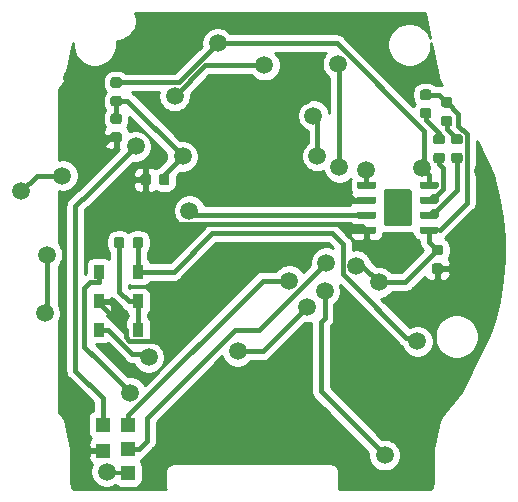
<source format=gbr>
G04 #@! TF.GenerationSoftware,KiCad,Pcbnew,5.1.4-1.fc30*
G04 #@! TF.CreationDate,2020-03-29T15:47:08+02:00*
G04 #@! TF.ProjectId,venom,76656e6f-6d2e-46b6-9963-61645f706362,rev?*
G04 #@! TF.SameCoordinates,Original*
G04 #@! TF.FileFunction,Copper,L2,Bot*
G04 #@! TF.FilePolarity,Positive*
%FSLAX46Y46*%
G04 Gerber Fmt 4.6, Leading zero omitted, Abs format (unit mm)*
G04 Created by KiCad (PCBNEW 5.1.4-1.fc30) date 2020-03-29 15:47:08*
%MOMM*%
%LPD*%
G04 APERTURE LIST*
%ADD10R,1.200000X1.200000*%
%ADD11C,0.100000*%
%ADD12C,0.875000*%
%ADD13R,0.900000X1.200000*%
%ADD14C,2.410000*%
%ADD15C,0.500000*%
%ADD16C,0.600000*%
%ADD17C,1.500000*%
%ADD18C,0.400000*%
%ADD19C,0.300000*%
%ADD20C,0.254000*%
G04 APERTURE END LIST*
D10*
X149000000Y-133550000D03*
X149000000Y-135600000D03*
X146850000Y-133500000D03*
X146900000Y-135700000D03*
X149000000Y-137600000D03*
D11*
G36*
X148502691Y-117606053D02*
G01*
X148523926Y-117609203D01*
X148544750Y-117614419D01*
X148564962Y-117621651D01*
X148584368Y-117630830D01*
X148602781Y-117641866D01*
X148620024Y-117654654D01*
X148635930Y-117669070D01*
X148650346Y-117684976D01*
X148663134Y-117702219D01*
X148674170Y-117720632D01*
X148683349Y-117740038D01*
X148690581Y-117760250D01*
X148695797Y-117781074D01*
X148698947Y-117802309D01*
X148700000Y-117823750D01*
X148700000Y-118336250D01*
X148698947Y-118357691D01*
X148695797Y-118378926D01*
X148690581Y-118399750D01*
X148683349Y-118419962D01*
X148674170Y-118439368D01*
X148663134Y-118457781D01*
X148650346Y-118475024D01*
X148635930Y-118490930D01*
X148620024Y-118505346D01*
X148602781Y-118518134D01*
X148584368Y-118529170D01*
X148564962Y-118538349D01*
X148544750Y-118545581D01*
X148523926Y-118550797D01*
X148502691Y-118553947D01*
X148481250Y-118555000D01*
X148043750Y-118555000D01*
X148022309Y-118553947D01*
X148001074Y-118550797D01*
X147980250Y-118545581D01*
X147960038Y-118538349D01*
X147940632Y-118529170D01*
X147922219Y-118518134D01*
X147904976Y-118505346D01*
X147889070Y-118490930D01*
X147874654Y-118475024D01*
X147861866Y-118457781D01*
X147850830Y-118439368D01*
X147841651Y-118419962D01*
X147834419Y-118399750D01*
X147829203Y-118378926D01*
X147826053Y-118357691D01*
X147825000Y-118336250D01*
X147825000Y-117823750D01*
X147826053Y-117802309D01*
X147829203Y-117781074D01*
X147834419Y-117760250D01*
X147841651Y-117740038D01*
X147850830Y-117720632D01*
X147861866Y-117702219D01*
X147874654Y-117684976D01*
X147889070Y-117669070D01*
X147904976Y-117654654D01*
X147922219Y-117641866D01*
X147940632Y-117630830D01*
X147960038Y-117621651D01*
X147980250Y-117614419D01*
X148001074Y-117609203D01*
X148022309Y-117606053D01*
X148043750Y-117605000D01*
X148481250Y-117605000D01*
X148502691Y-117606053D01*
X148502691Y-117606053D01*
G37*
D12*
X148262500Y-118080000D03*
D11*
G36*
X150077691Y-117606053D02*
G01*
X150098926Y-117609203D01*
X150119750Y-117614419D01*
X150139962Y-117621651D01*
X150159368Y-117630830D01*
X150177781Y-117641866D01*
X150195024Y-117654654D01*
X150210930Y-117669070D01*
X150225346Y-117684976D01*
X150238134Y-117702219D01*
X150249170Y-117720632D01*
X150258349Y-117740038D01*
X150265581Y-117760250D01*
X150270797Y-117781074D01*
X150273947Y-117802309D01*
X150275000Y-117823750D01*
X150275000Y-118336250D01*
X150273947Y-118357691D01*
X150270797Y-118378926D01*
X150265581Y-118399750D01*
X150258349Y-118419962D01*
X150249170Y-118439368D01*
X150238134Y-118457781D01*
X150225346Y-118475024D01*
X150210930Y-118490930D01*
X150195024Y-118505346D01*
X150177781Y-118518134D01*
X150159368Y-118529170D01*
X150139962Y-118538349D01*
X150119750Y-118545581D01*
X150098926Y-118550797D01*
X150077691Y-118553947D01*
X150056250Y-118555000D01*
X149618750Y-118555000D01*
X149597309Y-118553947D01*
X149576074Y-118550797D01*
X149555250Y-118545581D01*
X149535038Y-118538349D01*
X149515632Y-118529170D01*
X149497219Y-118518134D01*
X149479976Y-118505346D01*
X149464070Y-118490930D01*
X149449654Y-118475024D01*
X149436866Y-118457781D01*
X149425830Y-118439368D01*
X149416651Y-118419962D01*
X149409419Y-118399750D01*
X149404203Y-118378926D01*
X149401053Y-118357691D01*
X149400000Y-118336250D01*
X149400000Y-117823750D01*
X149401053Y-117802309D01*
X149404203Y-117781074D01*
X149409419Y-117760250D01*
X149416651Y-117740038D01*
X149425830Y-117720632D01*
X149436866Y-117702219D01*
X149449654Y-117684976D01*
X149464070Y-117669070D01*
X149479976Y-117654654D01*
X149497219Y-117641866D01*
X149515632Y-117630830D01*
X149535038Y-117621651D01*
X149555250Y-117614419D01*
X149576074Y-117609203D01*
X149597309Y-117606053D01*
X149618750Y-117605000D01*
X150056250Y-117605000D01*
X150077691Y-117606053D01*
X150077691Y-117606053D01*
G37*
D12*
X149837500Y-118080000D03*
D13*
X146540000Y-123070000D03*
X149840000Y-123070000D03*
X146540000Y-125450000D03*
X149840000Y-125450000D03*
X146550000Y-120560000D03*
X149850000Y-120560000D03*
D11*
G36*
X148277691Y-105671053D02*
G01*
X148298926Y-105674203D01*
X148319750Y-105679419D01*
X148339962Y-105686651D01*
X148359368Y-105695830D01*
X148377781Y-105706866D01*
X148395024Y-105719654D01*
X148410930Y-105734070D01*
X148425346Y-105749976D01*
X148438134Y-105767219D01*
X148449170Y-105785632D01*
X148458349Y-105805038D01*
X148465581Y-105825250D01*
X148470797Y-105846074D01*
X148473947Y-105867309D01*
X148475000Y-105888750D01*
X148475000Y-106326250D01*
X148473947Y-106347691D01*
X148470797Y-106368926D01*
X148465581Y-106389750D01*
X148458349Y-106409962D01*
X148449170Y-106429368D01*
X148438134Y-106447781D01*
X148425346Y-106465024D01*
X148410930Y-106480930D01*
X148395024Y-106495346D01*
X148377781Y-106508134D01*
X148359368Y-106519170D01*
X148339962Y-106528349D01*
X148319750Y-106535581D01*
X148298926Y-106540797D01*
X148277691Y-106543947D01*
X148256250Y-106545000D01*
X147743750Y-106545000D01*
X147722309Y-106543947D01*
X147701074Y-106540797D01*
X147680250Y-106535581D01*
X147660038Y-106528349D01*
X147640632Y-106519170D01*
X147622219Y-106508134D01*
X147604976Y-106495346D01*
X147589070Y-106480930D01*
X147574654Y-106465024D01*
X147561866Y-106447781D01*
X147550830Y-106429368D01*
X147541651Y-106409962D01*
X147534419Y-106389750D01*
X147529203Y-106368926D01*
X147526053Y-106347691D01*
X147525000Y-106326250D01*
X147525000Y-105888750D01*
X147526053Y-105867309D01*
X147529203Y-105846074D01*
X147534419Y-105825250D01*
X147541651Y-105805038D01*
X147550830Y-105785632D01*
X147561866Y-105767219D01*
X147574654Y-105749976D01*
X147589070Y-105734070D01*
X147604976Y-105719654D01*
X147622219Y-105706866D01*
X147640632Y-105695830D01*
X147660038Y-105686651D01*
X147680250Y-105679419D01*
X147701074Y-105674203D01*
X147722309Y-105671053D01*
X147743750Y-105670000D01*
X148256250Y-105670000D01*
X148277691Y-105671053D01*
X148277691Y-105671053D01*
G37*
D12*
X148000000Y-106107500D03*
D11*
G36*
X148277691Y-104096053D02*
G01*
X148298926Y-104099203D01*
X148319750Y-104104419D01*
X148339962Y-104111651D01*
X148359368Y-104120830D01*
X148377781Y-104131866D01*
X148395024Y-104144654D01*
X148410930Y-104159070D01*
X148425346Y-104174976D01*
X148438134Y-104192219D01*
X148449170Y-104210632D01*
X148458349Y-104230038D01*
X148465581Y-104250250D01*
X148470797Y-104271074D01*
X148473947Y-104292309D01*
X148475000Y-104313750D01*
X148475000Y-104751250D01*
X148473947Y-104772691D01*
X148470797Y-104793926D01*
X148465581Y-104814750D01*
X148458349Y-104834962D01*
X148449170Y-104854368D01*
X148438134Y-104872781D01*
X148425346Y-104890024D01*
X148410930Y-104905930D01*
X148395024Y-104920346D01*
X148377781Y-104933134D01*
X148359368Y-104944170D01*
X148339962Y-104953349D01*
X148319750Y-104960581D01*
X148298926Y-104965797D01*
X148277691Y-104968947D01*
X148256250Y-104970000D01*
X147743750Y-104970000D01*
X147722309Y-104968947D01*
X147701074Y-104965797D01*
X147680250Y-104960581D01*
X147660038Y-104953349D01*
X147640632Y-104944170D01*
X147622219Y-104933134D01*
X147604976Y-104920346D01*
X147589070Y-104905930D01*
X147574654Y-104890024D01*
X147561866Y-104872781D01*
X147550830Y-104854368D01*
X147541651Y-104834962D01*
X147534419Y-104814750D01*
X147529203Y-104793926D01*
X147526053Y-104772691D01*
X147525000Y-104751250D01*
X147525000Y-104313750D01*
X147526053Y-104292309D01*
X147529203Y-104271074D01*
X147534419Y-104250250D01*
X147541651Y-104230038D01*
X147550830Y-104210632D01*
X147561866Y-104192219D01*
X147574654Y-104174976D01*
X147589070Y-104159070D01*
X147604976Y-104144654D01*
X147622219Y-104131866D01*
X147640632Y-104120830D01*
X147660038Y-104111651D01*
X147680250Y-104104419D01*
X147701074Y-104099203D01*
X147722309Y-104096053D01*
X147743750Y-104095000D01*
X148256250Y-104095000D01*
X148277691Y-104096053D01*
X148277691Y-104096053D01*
G37*
D12*
X148000000Y-104532500D03*
D11*
G36*
X148277691Y-107156053D02*
G01*
X148298926Y-107159203D01*
X148319750Y-107164419D01*
X148339962Y-107171651D01*
X148359368Y-107180830D01*
X148377781Y-107191866D01*
X148395024Y-107204654D01*
X148410930Y-107219070D01*
X148425346Y-107234976D01*
X148438134Y-107252219D01*
X148449170Y-107270632D01*
X148458349Y-107290038D01*
X148465581Y-107310250D01*
X148470797Y-107331074D01*
X148473947Y-107352309D01*
X148475000Y-107373750D01*
X148475000Y-107811250D01*
X148473947Y-107832691D01*
X148470797Y-107853926D01*
X148465581Y-107874750D01*
X148458349Y-107894962D01*
X148449170Y-107914368D01*
X148438134Y-107932781D01*
X148425346Y-107950024D01*
X148410930Y-107965930D01*
X148395024Y-107980346D01*
X148377781Y-107993134D01*
X148359368Y-108004170D01*
X148339962Y-108013349D01*
X148319750Y-108020581D01*
X148298926Y-108025797D01*
X148277691Y-108028947D01*
X148256250Y-108030000D01*
X147743750Y-108030000D01*
X147722309Y-108028947D01*
X147701074Y-108025797D01*
X147680250Y-108020581D01*
X147660038Y-108013349D01*
X147640632Y-108004170D01*
X147622219Y-107993134D01*
X147604976Y-107980346D01*
X147589070Y-107965930D01*
X147574654Y-107950024D01*
X147561866Y-107932781D01*
X147550830Y-107914368D01*
X147541651Y-107894962D01*
X147534419Y-107874750D01*
X147529203Y-107853926D01*
X147526053Y-107832691D01*
X147525000Y-107811250D01*
X147525000Y-107373750D01*
X147526053Y-107352309D01*
X147529203Y-107331074D01*
X147534419Y-107310250D01*
X147541651Y-107290038D01*
X147550830Y-107270632D01*
X147561866Y-107252219D01*
X147574654Y-107234976D01*
X147589070Y-107219070D01*
X147604976Y-107204654D01*
X147622219Y-107191866D01*
X147640632Y-107180830D01*
X147660038Y-107171651D01*
X147680250Y-107164419D01*
X147701074Y-107159203D01*
X147722309Y-107156053D01*
X147743750Y-107155000D01*
X148256250Y-107155000D01*
X148277691Y-107156053D01*
X148277691Y-107156053D01*
G37*
D12*
X148000000Y-107592500D03*
D11*
G36*
X148277691Y-108731053D02*
G01*
X148298926Y-108734203D01*
X148319750Y-108739419D01*
X148339962Y-108746651D01*
X148359368Y-108755830D01*
X148377781Y-108766866D01*
X148395024Y-108779654D01*
X148410930Y-108794070D01*
X148425346Y-108809976D01*
X148438134Y-108827219D01*
X148449170Y-108845632D01*
X148458349Y-108865038D01*
X148465581Y-108885250D01*
X148470797Y-108906074D01*
X148473947Y-108927309D01*
X148475000Y-108948750D01*
X148475000Y-109386250D01*
X148473947Y-109407691D01*
X148470797Y-109428926D01*
X148465581Y-109449750D01*
X148458349Y-109469962D01*
X148449170Y-109489368D01*
X148438134Y-109507781D01*
X148425346Y-109525024D01*
X148410930Y-109540930D01*
X148395024Y-109555346D01*
X148377781Y-109568134D01*
X148359368Y-109579170D01*
X148339962Y-109588349D01*
X148319750Y-109595581D01*
X148298926Y-109600797D01*
X148277691Y-109603947D01*
X148256250Y-109605000D01*
X147743750Y-109605000D01*
X147722309Y-109603947D01*
X147701074Y-109600797D01*
X147680250Y-109595581D01*
X147660038Y-109588349D01*
X147640632Y-109579170D01*
X147622219Y-109568134D01*
X147604976Y-109555346D01*
X147589070Y-109540930D01*
X147574654Y-109525024D01*
X147561866Y-109507781D01*
X147550830Y-109489368D01*
X147541651Y-109469962D01*
X147534419Y-109449750D01*
X147529203Y-109428926D01*
X147526053Y-109407691D01*
X147525000Y-109386250D01*
X147525000Y-108948750D01*
X147526053Y-108927309D01*
X147529203Y-108906074D01*
X147534419Y-108885250D01*
X147541651Y-108865038D01*
X147550830Y-108845632D01*
X147561866Y-108827219D01*
X147574654Y-108809976D01*
X147589070Y-108794070D01*
X147604976Y-108779654D01*
X147622219Y-108766866D01*
X147640632Y-108755830D01*
X147660038Y-108746651D01*
X147680250Y-108739419D01*
X147701074Y-108734203D01*
X147722309Y-108731053D01*
X147743750Y-108730000D01*
X148256250Y-108730000D01*
X148277691Y-108731053D01*
X148277691Y-108731053D01*
G37*
D12*
X148000000Y-109167500D03*
D11*
G36*
X175617691Y-108896053D02*
G01*
X175638926Y-108899203D01*
X175659750Y-108904419D01*
X175679962Y-108911651D01*
X175699368Y-108920830D01*
X175717781Y-108931866D01*
X175735024Y-108944654D01*
X175750930Y-108959070D01*
X175765346Y-108974976D01*
X175778134Y-108992219D01*
X175789170Y-109010632D01*
X175798349Y-109030038D01*
X175805581Y-109050250D01*
X175810797Y-109071074D01*
X175813947Y-109092309D01*
X175815000Y-109113750D01*
X175815000Y-109551250D01*
X175813947Y-109572691D01*
X175810797Y-109593926D01*
X175805581Y-109614750D01*
X175798349Y-109634962D01*
X175789170Y-109654368D01*
X175778134Y-109672781D01*
X175765346Y-109690024D01*
X175750930Y-109705930D01*
X175735024Y-109720346D01*
X175717781Y-109733134D01*
X175699368Y-109744170D01*
X175679962Y-109753349D01*
X175659750Y-109760581D01*
X175638926Y-109765797D01*
X175617691Y-109768947D01*
X175596250Y-109770000D01*
X175083750Y-109770000D01*
X175062309Y-109768947D01*
X175041074Y-109765797D01*
X175020250Y-109760581D01*
X175000038Y-109753349D01*
X174980632Y-109744170D01*
X174962219Y-109733134D01*
X174944976Y-109720346D01*
X174929070Y-109705930D01*
X174914654Y-109690024D01*
X174901866Y-109672781D01*
X174890830Y-109654368D01*
X174881651Y-109634962D01*
X174874419Y-109614750D01*
X174869203Y-109593926D01*
X174866053Y-109572691D01*
X174865000Y-109551250D01*
X174865000Y-109113750D01*
X174866053Y-109092309D01*
X174869203Y-109071074D01*
X174874419Y-109050250D01*
X174881651Y-109030038D01*
X174890830Y-109010632D01*
X174901866Y-108992219D01*
X174914654Y-108974976D01*
X174929070Y-108959070D01*
X174944976Y-108944654D01*
X174962219Y-108931866D01*
X174980632Y-108920830D01*
X175000038Y-108911651D01*
X175020250Y-108904419D01*
X175041074Y-108899203D01*
X175062309Y-108896053D01*
X175083750Y-108895000D01*
X175596250Y-108895000D01*
X175617691Y-108896053D01*
X175617691Y-108896053D01*
G37*
D12*
X175340000Y-109332500D03*
D11*
G36*
X175617691Y-110471053D02*
G01*
X175638926Y-110474203D01*
X175659750Y-110479419D01*
X175679962Y-110486651D01*
X175699368Y-110495830D01*
X175717781Y-110506866D01*
X175735024Y-110519654D01*
X175750930Y-110534070D01*
X175765346Y-110549976D01*
X175778134Y-110567219D01*
X175789170Y-110585632D01*
X175798349Y-110605038D01*
X175805581Y-110625250D01*
X175810797Y-110646074D01*
X175813947Y-110667309D01*
X175815000Y-110688750D01*
X175815000Y-111126250D01*
X175813947Y-111147691D01*
X175810797Y-111168926D01*
X175805581Y-111189750D01*
X175798349Y-111209962D01*
X175789170Y-111229368D01*
X175778134Y-111247781D01*
X175765346Y-111265024D01*
X175750930Y-111280930D01*
X175735024Y-111295346D01*
X175717781Y-111308134D01*
X175699368Y-111319170D01*
X175679962Y-111328349D01*
X175659750Y-111335581D01*
X175638926Y-111340797D01*
X175617691Y-111343947D01*
X175596250Y-111345000D01*
X175083750Y-111345000D01*
X175062309Y-111343947D01*
X175041074Y-111340797D01*
X175020250Y-111335581D01*
X175000038Y-111328349D01*
X174980632Y-111319170D01*
X174962219Y-111308134D01*
X174944976Y-111295346D01*
X174929070Y-111280930D01*
X174914654Y-111265024D01*
X174901866Y-111247781D01*
X174890830Y-111229368D01*
X174881651Y-111209962D01*
X174874419Y-111189750D01*
X174869203Y-111168926D01*
X174866053Y-111147691D01*
X174865000Y-111126250D01*
X174865000Y-110688750D01*
X174866053Y-110667309D01*
X174869203Y-110646074D01*
X174874419Y-110625250D01*
X174881651Y-110605038D01*
X174890830Y-110585632D01*
X174901866Y-110567219D01*
X174914654Y-110549976D01*
X174929070Y-110534070D01*
X174944976Y-110519654D01*
X174962219Y-110506866D01*
X174980632Y-110495830D01*
X175000038Y-110486651D01*
X175020250Y-110479419D01*
X175041074Y-110474203D01*
X175062309Y-110471053D01*
X175083750Y-110470000D01*
X175596250Y-110470000D01*
X175617691Y-110471053D01*
X175617691Y-110471053D01*
G37*
D12*
X175340000Y-110907500D03*
D11*
G36*
X177137691Y-110471053D02*
G01*
X177158926Y-110474203D01*
X177179750Y-110479419D01*
X177199962Y-110486651D01*
X177219368Y-110495830D01*
X177237781Y-110506866D01*
X177255024Y-110519654D01*
X177270930Y-110534070D01*
X177285346Y-110549976D01*
X177298134Y-110567219D01*
X177309170Y-110585632D01*
X177318349Y-110605038D01*
X177325581Y-110625250D01*
X177330797Y-110646074D01*
X177333947Y-110667309D01*
X177335000Y-110688750D01*
X177335000Y-111126250D01*
X177333947Y-111147691D01*
X177330797Y-111168926D01*
X177325581Y-111189750D01*
X177318349Y-111209962D01*
X177309170Y-111229368D01*
X177298134Y-111247781D01*
X177285346Y-111265024D01*
X177270930Y-111280930D01*
X177255024Y-111295346D01*
X177237781Y-111308134D01*
X177219368Y-111319170D01*
X177199962Y-111328349D01*
X177179750Y-111335581D01*
X177158926Y-111340797D01*
X177137691Y-111343947D01*
X177116250Y-111345000D01*
X176603750Y-111345000D01*
X176582309Y-111343947D01*
X176561074Y-111340797D01*
X176540250Y-111335581D01*
X176520038Y-111328349D01*
X176500632Y-111319170D01*
X176482219Y-111308134D01*
X176464976Y-111295346D01*
X176449070Y-111280930D01*
X176434654Y-111265024D01*
X176421866Y-111247781D01*
X176410830Y-111229368D01*
X176401651Y-111209962D01*
X176394419Y-111189750D01*
X176389203Y-111168926D01*
X176386053Y-111147691D01*
X176385000Y-111126250D01*
X176385000Y-110688750D01*
X176386053Y-110667309D01*
X176389203Y-110646074D01*
X176394419Y-110625250D01*
X176401651Y-110605038D01*
X176410830Y-110585632D01*
X176421866Y-110567219D01*
X176434654Y-110549976D01*
X176449070Y-110534070D01*
X176464976Y-110519654D01*
X176482219Y-110506866D01*
X176500632Y-110495830D01*
X176520038Y-110486651D01*
X176540250Y-110479419D01*
X176561074Y-110474203D01*
X176582309Y-110471053D01*
X176603750Y-110470000D01*
X177116250Y-110470000D01*
X177137691Y-110471053D01*
X177137691Y-110471053D01*
G37*
D12*
X176860000Y-110907500D03*
D11*
G36*
X177137691Y-108896053D02*
G01*
X177158926Y-108899203D01*
X177179750Y-108904419D01*
X177199962Y-108911651D01*
X177219368Y-108920830D01*
X177237781Y-108931866D01*
X177255024Y-108944654D01*
X177270930Y-108959070D01*
X177285346Y-108974976D01*
X177298134Y-108992219D01*
X177309170Y-109010632D01*
X177318349Y-109030038D01*
X177325581Y-109050250D01*
X177330797Y-109071074D01*
X177333947Y-109092309D01*
X177335000Y-109113750D01*
X177335000Y-109551250D01*
X177333947Y-109572691D01*
X177330797Y-109593926D01*
X177325581Y-109614750D01*
X177318349Y-109634962D01*
X177309170Y-109654368D01*
X177298134Y-109672781D01*
X177285346Y-109690024D01*
X177270930Y-109705930D01*
X177255024Y-109720346D01*
X177237781Y-109733134D01*
X177219368Y-109744170D01*
X177199962Y-109753349D01*
X177179750Y-109760581D01*
X177158926Y-109765797D01*
X177137691Y-109768947D01*
X177116250Y-109770000D01*
X176603750Y-109770000D01*
X176582309Y-109768947D01*
X176561074Y-109765797D01*
X176540250Y-109760581D01*
X176520038Y-109753349D01*
X176500632Y-109744170D01*
X176482219Y-109733134D01*
X176464976Y-109720346D01*
X176449070Y-109705930D01*
X176434654Y-109690024D01*
X176421866Y-109672781D01*
X176410830Y-109654368D01*
X176401651Y-109634962D01*
X176394419Y-109614750D01*
X176389203Y-109593926D01*
X176386053Y-109572691D01*
X176385000Y-109551250D01*
X176385000Y-109113750D01*
X176386053Y-109092309D01*
X176389203Y-109071074D01*
X176394419Y-109050250D01*
X176401651Y-109030038D01*
X176410830Y-109010632D01*
X176421866Y-108992219D01*
X176434654Y-108974976D01*
X176449070Y-108959070D01*
X176464976Y-108944654D01*
X176482219Y-108931866D01*
X176500632Y-108920830D01*
X176520038Y-108911651D01*
X176540250Y-108904419D01*
X176561074Y-108899203D01*
X176582309Y-108896053D01*
X176603750Y-108895000D01*
X177116250Y-108895000D01*
X177137691Y-108896053D01*
X177137691Y-108896053D01*
G37*
D12*
X176860000Y-109332500D03*
D11*
G36*
X172829506Y-113571204D02*
G01*
X172853774Y-113574804D01*
X172877573Y-113580765D01*
X172900672Y-113589030D01*
X172922850Y-113599519D01*
X172943893Y-113612132D01*
X172963599Y-113626747D01*
X172981777Y-113643223D01*
X172998253Y-113661401D01*
X173012868Y-113681107D01*
X173025481Y-113702150D01*
X173035970Y-113724328D01*
X173044235Y-113747427D01*
X173050196Y-113771226D01*
X173053796Y-113795494D01*
X173055000Y-113819998D01*
X173055000Y-116420002D01*
X173053796Y-116444506D01*
X173050196Y-116468774D01*
X173044235Y-116492573D01*
X173035970Y-116515672D01*
X173025481Y-116537850D01*
X173012868Y-116558893D01*
X172998253Y-116578599D01*
X172981777Y-116596777D01*
X172963599Y-116613253D01*
X172943893Y-116627868D01*
X172922850Y-116640481D01*
X172900672Y-116650970D01*
X172877573Y-116659235D01*
X172853774Y-116665196D01*
X172829506Y-116668796D01*
X172805002Y-116670000D01*
X170894998Y-116670000D01*
X170870494Y-116668796D01*
X170846226Y-116665196D01*
X170822427Y-116659235D01*
X170799328Y-116650970D01*
X170777150Y-116640481D01*
X170756107Y-116627868D01*
X170736401Y-116613253D01*
X170718223Y-116596777D01*
X170701747Y-116578599D01*
X170687132Y-116558893D01*
X170674519Y-116537850D01*
X170664030Y-116515672D01*
X170655765Y-116492573D01*
X170649804Y-116468774D01*
X170646204Y-116444506D01*
X170645000Y-116420002D01*
X170645000Y-113819998D01*
X170646204Y-113795494D01*
X170649804Y-113771226D01*
X170655765Y-113747427D01*
X170664030Y-113724328D01*
X170674519Y-113702150D01*
X170687132Y-113681107D01*
X170701747Y-113661401D01*
X170718223Y-113643223D01*
X170736401Y-113626747D01*
X170756107Y-113612132D01*
X170777150Y-113599519D01*
X170799328Y-113589030D01*
X170822427Y-113580765D01*
X170846226Y-113574804D01*
X170870494Y-113571204D01*
X170894998Y-113570000D01*
X172805002Y-113570000D01*
X172829506Y-113571204D01*
X172829506Y-113571204D01*
G37*
D14*
X171850000Y-115120000D03*
D15*
X170895000Y-116420000D03*
X172805000Y-116420000D03*
X170895000Y-115120000D03*
X172805000Y-115120000D03*
X170895000Y-113820000D03*
X172805000Y-113820000D03*
D11*
G36*
X169864703Y-116725722D02*
G01*
X169879264Y-116727882D01*
X169893543Y-116731459D01*
X169907403Y-116736418D01*
X169920710Y-116742712D01*
X169933336Y-116750280D01*
X169945159Y-116759048D01*
X169956066Y-116768934D01*
X169965952Y-116779841D01*
X169974720Y-116791664D01*
X169982288Y-116804290D01*
X169988582Y-116817597D01*
X169993541Y-116831457D01*
X169997118Y-116845736D01*
X169999278Y-116860297D01*
X170000000Y-116875000D01*
X170000000Y-117175000D01*
X169999278Y-117189703D01*
X169997118Y-117204264D01*
X169993541Y-117218543D01*
X169988582Y-117232403D01*
X169982288Y-117245710D01*
X169974720Y-117258336D01*
X169965952Y-117270159D01*
X169956066Y-117281066D01*
X169945159Y-117290952D01*
X169933336Y-117299720D01*
X169920710Y-117307288D01*
X169907403Y-117313582D01*
X169893543Y-117318541D01*
X169879264Y-117322118D01*
X169864703Y-117324278D01*
X169850000Y-117325000D01*
X168550000Y-117325000D01*
X168535297Y-117324278D01*
X168520736Y-117322118D01*
X168506457Y-117318541D01*
X168492597Y-117313582D01*
X168479290Y-117307288D01*
X168466664Y-117299720D01*
X168454841Y-117290952D01*
X168443934Y-117281066D01*
X168434048Y-117270159D01*
X168425280Y-117258336D01*
X168417712Y-117245710D01*
X168411418Y-117232403D01*
X168406459Y-117218543D01*
X168402882Y-117204264D01*
X168400722Y-117189703D01*
X168400000Y-117175000D01*
X168400000Y-116875000D01*
X168400722Y-116860297D01*
X168402882Y-116845736D01*
X168406459Y-116831457D01*
X168411418Y-116817597D01*
X168417712Y-116804290D01*
X168425280Y-116791664D01*
X168434048Y-116779841D01*
X168443934Y-116768934D01*
X168454841Y-116759048D01*
X168466664Y-116750280D01*
X168479290Y-116742712D01*
X168492597Y-116736418D01*
X168506457Y-116731459D01*
X168520736Y-116727882D01*
X168535297Y-116725722D01*
X168550000Y-116725000D01*
X169850000Y-116725000D01*
X169864703Y-116725722D01*
X169864703Y-116725722D01*
G37*
D16*
X169200000Y-117025000D03*
D11*
G36*
X169864703Y-115455722D02*
G01*
X169879264Y-115457882D01*
X169893543Y-115461459D01*
X169907403Y-115466418D01*
X169920710Y-115472712D01*
X169933336Y-115480280D01*
X169945159Y-115489048D01*
X169956066Y-115498934D01*
X169965952Y-115509841D01*
X169974720Y-115521664D01*
X169982288Y-115534290D01*
X169988582Y-115547597D01*
X169993541Y-115561457D01*
X169997118Y-115575736D01*
X169999278Y-115590297D01*
X170000000Y-115605000D01*
X170000000Y-115905000D01*
X169999278Y-115919703D01*
X169997118Y-115934264D01*
X169993541Y-115948543D01*
X169988582Y-115962403D01*
X169982288Y-115975710D01*
X169974720Y-115988336D01*
X169965952Y-116000159D01*
X169956066Y-116011066D01*
X169945159Y-116020952D01*
X169933336Y-116029720D01*
X169920710Y-116037288D01*
X169907403Y-116043582D01*
X169893543Y-116048541D01*
X169879264Y-116052118D01*
X169864703Y-116054278D01*
X169850000Y-116055000D01*
X168550000Y-116055000D01*
X168535297Y-116054278D01*
X168520736Y-116052118D01*
X168506457Y-116048541D01*
X168492597Y-116043582D01*
X168479290Y-116037288D01*
X168466664Y-116029720D01*
X168454841Y-116020952D01*
X168443934Y-116011066D01*
X168434048Y-116000159D01*
X168425280Y-115988336D01*
X168417712Y-115975710D01*
X168411418Y-115962403D01*
X168406459Y-115948543D01*
X168402882Y-115934264D01*
X168400722Y-115919703D01*
X168400000Y-115905000D01*
X168400000Y-115605000D01*
X168400722Y-115590297D01*
X168402882Y-115575736D01*
X168406459Y-115561457D01*
X168411418Y-115547597D01*
X168417712Y-115534290D01*
X168425280Y-115521664D01*
X168434048Y-115509841D01*
X168443934Y-115498934D01*
X168454841Y-115489048D01*
X168466664Y-115480280D01*
X168479290Y-115472712D01*
X168492597Y-115466418D01*
X168506457Y-115461459D01*
X168520736Y-115457882D01*
X168535297Y-115455722D01*
X168550000Y-115455000D01*
X169850000Y-115455000D01*
X169864703Y-115455722D01*
X169864703Y-115455722D01*
G37*
D16*
X169200000Y-115755000D03*
D11*
G36*
X169864703Y-114185722D02*
G01*
X169879264Y-114187882D01*
X169893543Y-114191459D01*
X169907403Y-114196418D01*
X169920710Y-114202712D01*
X169933336Y-114210280D01*
X169945159Y-114219048D01*
X169956066Y-114228934D01*
X169965952Y-114239841D01*
X169974720Y-114251664D01*
X169982288Y-114264290D01*
X169988582Y-114277597D01*
X169993541Y-114291457D01*
X169997118Y-114305736D01*
X169999278Y-114320297D01*
X170000000Y-114335000D01*
X170000000Y-114635000D01*
X169999278Y-114649703D01*
X169997118Y-114664264D01*
X169993541Y-114678543D01*
X169988582Y-114692403D01*
X169982288Y-114705710D01*
X169974720Y-114718336D01*
X169965952Y-114730159D01*
X169956066Y-114741066D01*
X169945159Y-114750952D01*
X169933336Y-114759720D01*
X169920710Y-114767288D01*
X169907403Y-114773582D01*
X169893543Y-114778541D01*
X169879264Y-114782118D01*
X169864703Y-114784278D01*
X169850000Y-114785000D01*
X168550000Y-114785000D01*
X168535297Y-114784278D01*
X168520736Y-114782118D01*
X168506457Y-114778541D01*
X168492597Y-114773582D01*
X168479290Y-114767288D01*
X168466664Y-114759720D01*
X168454841Y-114750952D01*
X168443934Y-114741066D01*
X168434048Y-114730159D01*
X168425280Y-114718336D01*
X168417712Y-114705710D01*
X168411418Y-114692403D01*
X168406459Y-114678543D01*
X168402882Y-114664264D01*
X168400722Y-114649703D01*
X168400000Y-114635000D01*
X168400000Y-114335000D01*
X168400722Y-114320297D01*
X168402882Y-114305736D01*
X168406459Y-114291457D01*
X168411418Y-114277597D01*
X168417712Y-114264290D01*
X168425280Y-114251664D01*
X168434048Y-114239841D01*
X168443934Y-114228934D01*
X168454841Y-114219048D01*
X168466664Y-114210280D01*
X168479290Y-114202712D01*
X168492597Y-114196418D01*
X168506457Y-114191459D01*
X168520736Y-114187882D01*
X168535297Y-114185722D01*
X168550000Y-114185000D01*
X169850000Y-114185000D01*
X169864703Y-114185722D01*
X169864703Y-114185722D01*
G37*
D16*
X169200000Y-114485000D03*
D11*
G36*
X169864703Y-112915722D02*
G01*
X169879264Y-112917882D01*
X169893543Y-112921459D01*
X169907403Y-112926418D01*
X169920710Y-112932712D01*
X169933336Y-112940280D01*
X169945159Y-112949048D01*
X169956066Y-112958934D01*
X169965952Y-112969841D01*
X169974720Y-112981664D01*
X169982288Y-112994290D01*
X169988582Y-113007597D01*
X169993541Y-113021457D01*
X169997118Y-113035736D01*
X169999278Y-113050297D01*
X170000000Y-113065000D01*
X170000000Y-113365000D01*
X169999278Y-113379703D01*
X169997118Y-113394264D01*
X169993541Y-113408543D01*
X169988582Y-113422403D01*
X169982288Y-113435710D01*
X169974720Y-113448336D01*
X169965952Y-113460159D01*
X169956066Y-113471066D01*
X169945159Y-113480952D01*
X169933336Y-113489720D01*
X169920710Y-113497288D01*
X169907403Y-113503582D01*
X169893543Y-113508541D01*
X169879264Y-113512118D01*
X169864703Y-113514278D01*
X169850000Y-113515000D01*
X168550000Y-113515000D01*
X168535297Y-113514278D01*
X168520736Y-113512118D01*
X168506457Y-113508541D01*
X168492597Y-113503582D01*
X168479290Y-113497288D01*
X168466664Y-113489720D01*
X168454841Y-113480952D01*
X168443934Y-113471066D01*
X168434048Y-113460159D01*
X168425280Y-113448336D01*
X168417712Y-113435710D01*
X168411418Y-113422403D01*
X168406459Y-113408543D01*
X168402882Y-113394264D01*
X168400722Y-113379703D01*
X168400000Y-113365000D01*
X168400000Y-113065000D01*
X168400722Y-113050297D01*
X168402882Y-113035736D01*
X168406459Y-113021457D01*
X168411418Y-113007597D01*
X168417712Y-112994290D01*
X168425280Y-112981664D01*
X168434048Y-112969841D01*
X168443934Y-112958934D01*
X168454841Y-112949048D01*
X168466664Y-112940280D01*
X168479290Y-112932712D01*
X168492597Y-112926418D01*
X168506457Y-112921459D01*
X168520736Y-112917882D01*
X168535297Y-112915722D01*
X168550000Y-112915000D01*
X169850000Y-112915000D01*
X169864703Y-112915722D01*
X169864703Y-112915722D01*
G37*
D16*
X169200000Y-113215000D03*
D11*
G36*
X175164703Y-112915722D02*
G01*
X175179264Y-112917882D01*
X175193543Y-112921459D01*
X175207403Y-112926418D01*
X175220710Y-112932712D01*
X175233336Y-112940280D01*
X175245159Y-112949048D01*
X175256066Y-112958934D01*
X175265952Y-112969841D01*
X175274720Y-112981664D01*
X175282288Y-112994290D01*
X175288582Y-113007597D01*
X175293541Y-113021457D01*
X175297118Y-113035736D01*
X175299278Y-113050297D01*
X175300000Y-113065000D01*
X175300000Y-113365000D01*
X175299278Y-113379703D01*
X175297118Y-113394264D01*
X175293541Y-113408543D01*
X175288582Y-113422403D01*
X175282288Y-113435710D01*
X175274720Y-113448336D01*
X175265952Y-113460159D01*
X175256066Y-113471066D01*
X175245159Y-113480952D01*
X175233336Y-113489720D01*
X175220710Y-113497288D01*
X175207403Y-113503582D01*
X175193543Y-113508541D01*
X175179264Y-113512118D01*
X175164703Y-113514278D01*
X175150000Y-113515000D01*
X173850000Y-113515000D01*
X173835297Y-113514278D01*
X173820736Y-113512118D01*
X173806457Y-113508541D01*
X173792597Y-113503582D01*
X173779290Y-113497288D01*
X173766664Y-113489720D01*
X173754841Y-113480952D01*
X173743934Y-113471066D01*
X173734048Y-113460159D01*
X173725280Y-113448336D01*
X173717712Y-113435710D01*
X173711418Y-113422403D01*
X173706459Y-113408543D01*
X173702882Y-113394264D01*
X173700722Y-113379703D01*
X173700000Y-113365000D01*
X173700000Y-113065000D01*
X173700722Y-113050297D01*
X173702882Y-113035736D01*
X173706459Y-113021457D01*
X173711418Y-113007597D01*
X173717712Y-112994290D01*
X173725280Y-112981664D01*
X173734048Y-112969841D01*
X173743934Y-112958934D01*
X173754841Y-112949048D01*
X173766664Y-112940280D01*
X173779290Y-112932712D01*
X173792597Y-112926418D01*
X173806457Y-112921459D01*
X173820736Y-112917882D01*
X173835297Y-112915722D01*
X173850000Y-112915000D01*
X175150000Y-112915000D01*
X175164703Y-112915722D01*
X175164703Y-112915722D01*
G37*
D16*
X174500000Y-113215000D03*
D11*
G36*
X175164703Y-114185722D02*
G01*
X175179264Y-114187882D01*
X175193543Y-114191459D01*
X175207403Y-114196418D01*
X175220710Y-114202712D01*
X175233336Y-114210280D01*
X175245159Y-114219048D01*
X175256066Y-114228934D01*
X175265952Y-114239841D01*
X175274720Y-114251664D01*
X175282288Y-114264290D01*
X175288582Y-114277597D01*
X175293541Y-114291457D01*
X175297118Y-114305736D01*
X175299278Y-114320297D01*
X175300000Y-114335000D01*
X175300000Y-114635000D01*
X175299278Y-114649703D01*
X175297118Y-114664264D01*
X175293541Y-114678543D01*
X175288582Y-114692403D01*
X175282288Y-114705710D01*
X175274720Y-114718336D01*
X175265952Y-114730159D01*
X175256066Y-114741066D01*
X175245159Y-114750952D01*
X175233336Y-114759720D01*
X175220710Y-114767288D01*
X175207403Y-114773582D01*
X175193543Y-114778541D01*
X175179264Y-114782118D01*
X175164703Y-114784278D01*
X175150000Y-114785000D01*
X173850000Y-114785000D01*
X173835297Y-114784278D01*
X173820736Y-114782118D01*
X173806457Y-114778541D01*
X173792597Y-114773582D01*
X173779290Y-114767288D01*
X173766664Y-114759720D01*
X173754841Y-114750952D01*
X173743934Y-114741066D01*
X173734048Y-114730159D01*
X173725280Y-114718336D01*
X173717712Y-114705710D01*
X173711418Y-114692403D01*
X173706459Y-114678543D01*
X173702882Y-114664264D01*
X173700722Y-114649703D01*
X173700000Y-114635000D01*
X173700000Y-114335000D01*
X173700722Y-114320297D01*
X173702882Y-114305736D01*
X173706459Y-114291457D01*
X173711418Y-114277597D01*
X173717712Y-114264290D01*
X173725280Y-114251664D01*
X173734048Y-114239841D01*
X173743934Y-114228934D01*
X173754841Y-114219048D01*
X173766664Y-114210280D01*
X173779290Y-114202712D01*
X173792597Y-114196418D01*
X173806457Y-114191459D01*
X173820736Y-114187882D01*
X173835297Y-114185722D01*
X173850000Y-114185000D01*
X175150000Y-114185000D01*
X175164703Y-114185722D01*
X175164703Y-114185722D01*
G37*
D16*
X174500000Y-114485000D03*
D11*
G36*
X175164703Y-115455722D02*
G01*
X175179264Y-115457882D01*
X175193543Y-115461459D01*
X175207403Y-115466418D01*
X175220710Y-115472712D01*
X175233336Y-115480280D01*
X175245159Y-115489048D01*
X175256066Y-115498934D01*
X175265952Y-115509841D01*
X175274720Y-115521664D01*
X175282288Y-115534290D01*
X175288582Y-115547597D01*
X175293541Y-115561457D01*
X175297118Y-115575736D01*
X175299278Y-115590297D01*
X175300000Y-115605000D01*
X175300000Y-115905000D01*
X175299278Y-115919703D01*
X175297118Y-115934264D01*
X175293541Y-115948543D01*
X175288582Y-115962403D01*
X175282288Y-115975710D01*
X175274720Y-115988336D01*
X175265952Y-116000159D01*
X175256066Y-116011066D01*
X175245159Y-116020952D01*
X175233336Y-116029720D01*
X175220710Y-116037288D01*
X175207403Y-116043582D01*
X175193543Y-116048541D01*
X175179264Y-116052118D01*
X175164703Y-116054278D01*
X175150000Y-116055000D01*
X173850000Y-116055000D01*
X173835297Y-116054278D01*
X173820736Y-116052118D01*
X173806457Y-116048541D01*
X173792597Y-116043582D01*
X173779290Y-116037288D01*
X173766664Y-116029720D01*
X173754841Y-116020952D01*
X173743934Y-116011066D01*
X173734048Y-116000159D01*
X173725280Y-115988336D01*
X173717712Y-115975710D01*
X173711418Y-115962403D01*
X173706459Y-115948543D01*
X173702882Y-115934264D01*
X173700722Y-115919703D01*
X173700000Y-115905000D01*
X173700000Y-115605000D01*
X173700722Y-115590297D01*
X173702882Y-115575736D01*
X173706459Y-115561457D01*
X173711418Y-115547597D01*
X173717712Y-115534290D01*
X173725280Y-115521664D01*
X173734048Y-115509841D01*
X173743934Y-115498934D01*
X173754841Y-115489048D01*
X173766664Y-115480280D01*
X173779290Y-115472712D01*
X173792597Y-115466418D01*
X173806457Y-115461459D01*
X173820736Y-115457882D01*
X173835297Y-115455722D01*
X173850000Y-115455000D01*
X175150000Y-115455000D01*
X175164703Y-115455722D01*
X175164703Y-115455722D01*
G37*
D16*
X174500000Y-115755000D03*
D11*
G36*
X175164703Y-116725722D02*
G01*
X175179264Y-116727882D01*
X175193543Y-116731459D01*
X175207403Y-116736418D01*
X175220710Y-116742712D01*
X175233336Y-116750280D01*
X175245159Y-116759048D01*
X175256066Y-116768934D01*
X175265952Y-116779841D01*
X175274720Y-116791664D01*
X175282288Y-116804290D01*
X175288582Y-116817597D01*
X175293541Y-116831457D01*
X175297118Y-116845736D01*
X175299278Y-116860297D01*
X175300000Y-116875000D01*
X175300000Y-117175000D01*
X175299278Y-117189703D01*
X175297118Y-117204264D01*
X175293541Y-117218543D01*
X175288582Y-117232403D01*
X175282288Y-117245710D01*
X175274720Y-117258336D01*
X175265952Y-117270159D01*
X175256066Y-117281066D01*
X175245159Y-117290952D01*
X175233336Y-117299720D01*
X175220710Y-117307288D01*
X175207403Y-117313582D01*
X175193543Y-117318541D01*
X175179264Y-117322118D01*
X175164703Y-117324278D01*
X175150000Y-117325000D01*
X173850000Y-117325000D01*
X173835297Y-117324278D01*
X173820736Y-117322118D01*
X173806457Y-117318541D01*
X173792597Y-117313582D01*
X173779290Y-117307288D01*
X173766664Y-117299720D01*
X173754841Y-117290952D01*
X173743934Y-117281066D01*
X173734048Y-117270159D01*
X173725280Y-117258336D01*
X173717712Y-117245710D01*
X173711418Y-117232403D01*
X173706459Y-117218543D01*
X173702882Y-117204264D01*
X173700722Y-117189703D01*
X173700000Y-117175000D01*
X173700000Y-116875000D01*
X173700722Y-116860297D01*
X173702882Y-116845736D01*
X173706459Y-116831457D01*
X173711418Y-116817597D01*
X173717712Y-116804290D01*
X173725280Y-116791664D01*
X173734048Y-116779841D01*
X173743934Y-116768934D01*
X173754841Y-116759048D01*
X173766664Y-116750280D01*
X173779290Y-116742712D01*
X173792597Y-116736418D01*
X173806457Y-116731459D01*
X173820736Y-116727882D01*
X173835297Y-116725722D01*
X173850000Y-116725000D01*
X175150000Y-116725000D01*
X175164703Y-116725722D01*
X175164703Y-116725722D01*
G37*
D16*
X174500000Y-117025000D03*
D11*
G36*
X175477691Y-118276053D02*
G01*
X175498926Y-118279203D01*
X175519750Y-118284419D01*
X175539962Y-118291651D01*
X175559368Y-118300830D01*
X175577781Y-118311866D01*
X175595024Y-118324654D01*
X175610930Y-118339070D01*
X175625346Y-118354976D01*
X175638134Y-118372219D01*
X175649170Y-118390632D01*
X175658349Y-118410038D01*
X175665581Y-118430250D01*
X175670797Y-118451074D01*
X175673947Y-118472309D01*
X175675000Y-118493750D01*
X175675000Y-118931250D01*
X175673947Y-118952691D01*
X175670797Y-118973926D01*
X175665581Y-118994750D01*
X175658349Y-119014962D01*
X175649170Y-119034368D01*
X175638134Y-119052781D01*
X175625346Y-119070024D01*
X175610930Y-119085930D01*
X175595024Y-119100346D01*
X175577781Y-119113134D01*
X175559368Y-119124170D01*
X175539962Y-119133349D01*
X175519750Y-119140581D01*
X175498926Y-119145797D01*
X175477691Y-119148947D01*
X175456250Y-119150000D01*
X174943750Y-119150000D01*
X174922309Y-119148947D01*
X174901074Y-119145797D01*
X174880250Y-119140581D01*
X174860038Y-119133349D01*
X174840632Y-119124170D01*
X174822219Y-119113134D01*
X174804976Y-119100346D01*
X174789070Y-119085930D01*
X174774654Y-119070024D01*
X174761866Y-119052781D01*
X174750830Y-119034368D01*
X174741651Y-119014962D01*
X174734419Y-118994750D01*
X174729203Y-118973926D01*
X174726053Y-118952691D01*
X174725000Y-118931250D01*
X174725000Y-118493750D01*
X174726053Y-118472309D01*
X174729203Y-118451074D01*
X174734419Y-118430250D01*
X174741651Y-118410038D01*
X174750830Y-118390632D01*
X174761866Y-118372219D01*
X174774654Y-118354976D01*
X174789070Y-118339070D01*
X174804976Y-118324654D01*
X174822219Y-118311866D01*
X174840632Y-118300830D01*
X174860038Y-118291651D01*
X174880250Y-118284419D01*
X174901074Y-118279203D01*
X174922309Y-118276053D01*
X174943750Y-118275000D01*
X175456250Y-118275000D01*
X175477691Y-118276053D01*
X175477691Y-118276053D01*
G37*
D12*
X175200000Y-118712500D03*
D11*
G36*
X175477691Y-119851053D02*
G01*
X175498926Y-119854203D01*
X175519750Y-119859419D01*
X175539962Y-119866651D01*
X175559368Y-119875830D01*
X175577781Y-119886866D01*
X175595024Y-119899654D01*
X175610930Y-119914070D01*
X175625346Y-119929976D01*
X175638134Y-119947219D01*
X175649170Y-119965632D01*
X175658349Y-119985038D01*
X175665581Y-120005250D01*
X175670797Y-120026074D01*
X175673947Y-120047309D01*
X175675000Y-120068750D01*
X175675000Y-120506250D01*
X175673947Y-120527691D01*
X175670797Y-120548926D01*
X175665581Y-120569750D01*
X175658349Y-120589962D01*
X175649170Y-120609368D01*
X175638134Y-120627781D01*
X175625346Y-120645024D01*
X175610930Y-120660930D01*
X175595024Y-120675346D01*
X175577781Y-120688134D01*
X175559368Y-120699170D01*
X175539962Y-120708349D01*
X175519750Y-120715581D01*
X175498926Y-120720797D01*
X175477691Y-120723947D01*
X175456250Y-120725000D01*
X174943750Y-120725000D01*
X174922309Y-120723947D01*
X174901074Y-120720797D01*
X174880250Y-120715581D01*
X174860038Y-120708349D01*
X174840632Y-120699170D01*
X174822219Y-120688134D01*
X174804976Y-120675346D01*
X174789070Y-120660930D01*
X174774654Y-120645024D01*
X174761866Y-120627781D01*
X174750830Y-120609368D01*
X174741651Y-120589962D01*
X174734419Y-120569750D01*
X174729203Y-120548926D01*
X174726053Y-120527691D01*
X174725000Y-120506250D01*
X174725000Y-120068750D01*
X174726053Y-120047309D01*
X174729203Y-120026074D01*
X174734419Y-120005250D01*
X174741651Y-119985038D01*
X174750830Y-119965632D01*
X174761866Y-119947219D01*
X174774654Y-119929976D01*
X174789070Y-119914070D01*
X174804976Y-119899654D01*
X174822219Y-119886866D01*
X174840632Y-119875830D01*
X174860038Y-119866651D01*
X174880250Y-119859419D01*
X174901074Y-119854203D01*
X174922309Y-119851053D01*
X174943750Y-119850000D01*
X175456250Y-119850000D01*
X175477691Y-119851053D01*
X175477691Y-119851053D01*
G37*
D12*
X175200000Y-120287500D03*
D11*
G36*
X174477691Y-105126053D02*
G01*
X174498926Y-105129203D01*
X174519750Y-105134419D01*
X174539962Y-105141651D01*
X174559368Y-105150830D01*
X174577781Y-105161866D01*
X174595024Y-105174654D01*
X174610930Y-105189070D01*
X174625346Y-105204976D01*
X174638134Y-105222219D01*
X174649170Y-105240632D01*
X174658349Y-105260038D01*
X174665581Y-105280250D01*
X174670797Y-105301074D01*
X174673947Y-105322309D01*
X174675000Y-105343750D01*
X174675000Y-105781250D01*
X174673947Y-105802691D01*
X174670797Y-105823926D01*
X174665581Y-105844750D01*
X174658349Y-105864962D01*
X174649170Y-105884368D01*
X174638134Y-105902781D01*
X174625346Y-105920024D01*
X174610930Y-105935930D01*
X174595024Y-105950346D01*
X174577781Y-105963134D01*
X174559368Y-105974170D01*
X174539962Y-105983349D01*
X174519750Y-105990581D01*
X174498926Y-105995797D01*
X174477691Y-105998947D01*
X174456250Y-106000000D01*
X173943750Y-106000000D01*
X173922309Y-105998947D01*
X173901074Y-105995797D01*
X173880250Y-105990581D01*
X173860038Y-105983349D01*
X173840632Y-105974170D01*
X173822219Y-105963134D01*
X173804976Y-105950346D01*
X173789070Y-105935930D01*
X173774654Y-105920024D01*
X173761866Y-105902781D01*
X173750830Y-105884368D01*
X173741651Y-105864962D01*
X173734419Y-105844750D01*
X173729203Y-105823926D01*
X173726053Y-105802691D01*
X173725000Y-105781250D01*
X173725000Y-105343750D01*
X173726053Y-105322309D01*
X173729203Y-105301074D01*
X173734419Y-105280250D01*
X173741651Y-105260038D01*
X173750830Y-105240632D01*
X173761866Y-105222219D01*
X173774654Y-105204976D01*
X173789070Y-105189070D01*
X173804976Y-105174654D01*
X173822219Y-105161866D01*
X173840632Y-105150830D01*
X173860038Y-105141651D01*
X173880250Y-105134419D01*
X173901074Y-105129203D01*
X173922309Y-105126053D01*
X173943750Y-105125000D01*
X174456250Y-105125000D01*
X174477691Y-105126053D01*
X174477691Y-105126053D01*
G37*
D12*
X174200000Y-105562500D03*
D11*
G36*
X174477691Y-106701053D02*
G01*
X174498926Y-106704203D01*
X174519750Y-106709419D01*
X174539962Y-106716651D01*
X174559368Y-106725830D01*
X174577781Y-106736866D01*
X174595024Y-106749654D01*
X174610930Y-106764070D01*
X174625346Y-106779976D01*
X174638134Y-106797219D01*
X174649170Y-106815632D01*
X174658349Y-106835038D01*
X174665581Y-106855250D01*
X174670797Y-106876074D01*
X174673947Y-106897309D01*
X174675000Y-106918750D01*
X174675000Y-107356250D01*
X174673947Y-107377691D01*
X174670797Y-107398926D01*
X174665581Y-107419750D01*
X174658349Y-107439962D01*
X174649170Y-107459368D01*
X174638134Y-107477781D01*
X174625346Y-107495024D01*
X174610930Y-107510930D01*
X174595024Y-107525346D01*
X174577781Y-107538134D01*
X174559368Y-107549170D01*
X174539962Y-107558349D01*
X174519750Y-107565581D01*
X174498926Y-107570797D01*
X174477691Y-107573947D01*
X174456250Y-107575000D01*
X173943750Y-107575000D01*
X173922309Y-107573947D01*
X173901074Y-107570797D01*
X173880250Y-107565581D01*
X173860038Y-107558349D01*
X173840632Y-107549170D01*
X173822219Y-107538134D01*
X173804976Y-107525346D01*
X173789070Y-107510930D01*
X173774654Y-107495024D01*
X173761866Y-107477781D01*
X173750830Y-107459368D01*
X173741651Y-107439962D01*
X173734419Y-107419750D01*
X173729203Y-107398926D01*
X173726053Y-107377691D01*
X173725000Y-107356250D01*
X173725000Y-106918750D01*
X173726053Y-106897309D01*
X173729203Y-106876074D01*
X173734419Y-106855250D01*
X173741651Y-106835038D01*
X173750830Y-106815632D01*
X173761866Y-106797219D01*
X173774654Y-106779976D01*
X173789070Y-106764070D01*
X173804976Y-106749654D01*
X173822219Y-106736866D01*
X173840632Y-106725830D01*
X173860038Y-106716651D01*
X173880250Y-106709419D01*
X173901074Y-106704203D01*
X173922309Y-106701053D01*
X173943750Y-106700000D01*
X174456250Y-106700000D01*
X174477691Y-106701053D01*
X174477691Y-106701053D01*
G37*
D12*
X174200000Y-107137500D03*
D11*
G36*
X176277691Y-107351053D02*
G01*
X176298926Y-107354203D01*
X176319750Y-107359419D01*
X176339962Y-107366651D01*
X176359368Y-107375830D01*
X176377781Y-107386866D01*
X176395024Y-107399654D01*
X176410930Y-107414070D01*
X176425346Y-107429976D01*
X176438134Y-107447219D01*
X176449170Y-107465632D01*
X176458349Y-107485038D01*
X176465581Y-107505250D01*
X176470797Y-107526074D01*
X176473947Y-107547309D01*
X176475000Y-107568750D01*
X176475000Y-108006250D01*
X176473947Y-108027691D01*
X176470797Y-108048926D01*
X176465581Y-108069750D01*
X176458349Y-108089962D01*
X176449170Y-108109368D01*
X176438134Y-108127781D01*
X176425346Y-108145024D01*
X176410930Y-108160930D01*
X176395024Y-108175346D01*
X176377781Y-108188134D01*
X176359368Y-108199170D01*
X176339962Y-108208349D01*
X176319750Y-108215581D01*
X176298926Y-108220797D01*
X176277691Y-108223947D01*
X176256250Y-108225000D01*
X175743750Y-108225000D01*
X175722309Y-108223947D01*
X175701074Y-108220797D01*
X175680250Y-108215581D01*
X175660038Y-108208349D01*
X175640632Y-108199170D01*
X175622219Y-108188134D01*
X175604976Y-108175346D01*
X175589070Y-108160930D01*
X175574654Y-108145024D01*
X175561866Y-108127781D01*
X175550830Y-108109368D01*
X175541651Y-108089962D01*
X175534419Y-108069750D01*
X175529203Y-108048926D01*
X175526053Y-108027691D01*
X175525000Y-108006250D01*
X175525000Y-107568750D01*
X175526053Y-107547309D01*
X175529203Y-107526074D01*
X175534419Y-107505250D01*
X175541651Y-107485038D01*
X175550830Y-107465632D01*
X175561866Y-107447219D01*
X175574654Y-107429976D01*
X175589070Y-107414070D01*
X175604976Y-107399654D01*
X175622219Y-107386866D01*
X175640632Y-107375830D01*
X175660038Y-107366651D01*
X175680250Y-107359419D01*
X175701074Y-107354203D01*
X175722309Y-107351053D01*
X175743750Y-107350000D01*
X176256250Y-107350000D01*
X176277691Y-107351053D01*
X176277691Y-107351053D01*
G37*
D12*
X176000000Y-107787500D03*
D11*
G36*
X176277691Y-105776053D02*
G01*
X176298926Y-105779203D01*
X176319750Y-105784419D01*
X176339962Y-105791651D01*
X176359368Y-105800830D01*
X176377781Y-105811866D01*
X176395024Y-105824654D01*
X176410930Y-105839070D01*
X176425346Y-105854976D01*
X176438134Y-105872219D01*
X176449170Y-105890632D01*
X176458349Y-105910038D01*
X176465581Y-105930250D01*
X176470797Y-105951074D01*
X176473947Y-105972309D01*
X176475000Y-105993750D01*
X176475000Y-106431250D01*
X176473947Y-106452691D01*
X176470797Y-106473926D01*
X176465581Y-106494750D01*
X176458349Y-106514962D01*
X176449170Y-106534368D01*
X176438134Y-106552781D01*
X176425346Y-106570024D01*
X176410930Y-106585930D01*
X176395024Y-106600346D01*
X176377781Y-106613134D01*
X176359368Y-106624170D01*
X176339962Y-106633349D01*
X176319750Y-106640581D01*
X176298926Y-106645797D01*
X176277691Y-106648947D01*
X176256250Y-106650000D01*
X175743750Y-106650000D01*
X175722309Y-106648947D01*
X175701074Y-106645797D01*
X175680250Y-106640581D01*
X175660038Y-106633349D01*
X175640632Y-106624170D01*
X175622219Y-106613134D01*
X175604976Y-106600346D01*
X175589070Y-106585930D01*
X175574654Y-106570024D01*
X175561866Y-106552781D01*
X175550830Y-106534368D01*
X175541651Y-106514962D01*
X175534419Y-106494750D01*
X175529203Y-106473926D01*
X175526053Y-106452691D01*
X175525000Y-106431250D01*
X175525000Y-105993750D01*
X175526053Y-105972309D01*
X175529203Y-105951074D01*
X175534419Y-105930250D01*
X175541651Y-105910038D01*
X175550830Y-105890632D01*
X175561866Y-105872219D01*
X175574654Y-105854976D01*
X175589070Y-105839070D01*
X175604976Y-105824654D01*
X175622219Y-105811866D01*
X175640632Y-105800830D01*
X175660038Y-105791651D01*
X175680250Y-105784419D01*
X175701074Y-105779203D01*
X175722309Y-105776053D01*
X175743750Y-105775000D01*
X176256250Y-105775000D01*
X176277691Y-105776053D01*
X176277691Y-105776053D01*
G37*
D12*
X176000000Y-106212500D03*
D11*
G36*
X152317691Y-112286053D02*
G01*
X152338926Y-112289203D01*
X152359750Y-112294419D01*
X152379962Y-112301651D01*
X152399368Y-112310830D01*
X152417781Y-112321866D01*
X152435024Y-112334654D01*
X152450930Y-112349070D01*
X152465346Y-112364976D01*
X152478134Y-112382219D01*
X152489170Y-112400632D01*
X152498349Y-112420038D01*
X152505581Y-112440250D01*
X152510797Y-112461074D01*
X152513947Y-112482309D01*
X152515000Y-112503750D01*
X152515000Y-113016250D01*
X152513947Y-113037691D01*
X152510797Y-113058926D01*
X152505581Y-113079750D01*
X152498349Y-113099962D01*
X152489170Y-113119368D01*
X152478134Y-113137781D01*
X152465346Y-113155024D01*
X152450930Y-113170930D01*
X152435024Y-113185346D01*
X152417781Y-113198134D01*
X152399368Y-113209170D01*
X152379962Y-113218349D01*
X152359750Y-113225581D01*
X152338926Y-113230797D01*
X152317691Y-113233947D01*
X152296250Y-113235000D01*
X151858750Y-113235000D01*
X151837309Y-113233947D01*
X151816074Y-113230797D01*
X151795250Y-113225581D01*
X151775038Y-113218349D01*
X151755632Y-113209170D01*
X151737219Y-113198134D01*
X151719976Y-113185346D01*
X151704070Y-113170930D01*
X151689654Y-113155024D01*
X151676866Y-113137781D01*
X151665830Y-113119368D01*
X151656651Y-113099962D01*
X151649419Y-113079750D01*
X151644203Y-113058926D01*
X151641053Y-113037691D01*
X151640000Y-113016250D01*
X151640000Y-112503750D01*
X151641053Y-112482309D01*
X151644203Y-112461074D01*
X151649419Y-112440250D01*
X151656651Y-112420038D01*
X151665830Y-112400632D01*
X151676866Y-112382219D01*
X151689654Y-112364976D01*
X151704070Y-112349070D01*
X151719976Y-112334654D01*
X151737219Y-112321866D01*
X151755632Y-112310830D01*
X151775038Y-112301651D01*
X151795250Y-112294419D01*
X151816074Y-112289203D01*
X151837309Y-112286053D01*
X151858750Y-112285000D01*
X152296250Y-112285000D01*
X152317691Y-112286053D01*
X152317691Y-112286053D01*
G37*
D12*
X152077500Y-112760000D03*
D11*
G36*
X150742691Y-112286053D02*
G01*
X150763926Y-112289203D01*
X150784750Y-112294419D01*
X150804962Y-112301651D01*
X150824368Y-112310830D01*
X150842781Y-112321866D01*
X150860024Y-112334654D01*
X150875930Y-112349070D01*
X150890346Y-112364976D01*
X150903134Y-112382219D01*
X150914170Y-112400632D01*
X150923349Y-112420038D01*
X150930581Y-112440250D01*
X150935797Y-112461074D01*
X150938947Y-112482309D01*
X150940000Y-112503750D01*
X150940000Y-113016250D01*
X150938947Y-113037691D01*
X150935797Y-113058926D01*
X150930581Y-113079750D01*
X150923349Y-113099962D01*
X150914170Y-113119368D01*
X150903134Y-113137781D01*
X150890346Y-113155024D01*
X150875930Y-113170930D01*
X150860024Y-113185346D01*
X150842781Y-113198134D01*
X150824368Y-113209170D01*
X150804962Y-113218349D01*
X150784750Y-113225581D01*
X150763926Y-113230797D01*
X150742691Y-113233947D01*
X150721250Y-113235000D01*
X150283750Y-113235000D01*
X150262309Y-113233947D01*
X150241074Y-113230797D01*
X150220250Y-113225581D01*
X150200038Y-113218349D01*
X150180632Y-113209170D01*
X150162219Y-113198134D01*
X150144976Y-113185346D01*
X150129070Y-113170930D01*
X150114654Y-113155024D01*
X150101866Y-113137781D01*
X150090830Y-113119368D01*
X150081651Y-113099962D01*
X150074419Y-113079750D01*
X150069203Y-113058926D01*
X150066053Y-113037691D01*
X150065000Y-113016250D01*
X150065000Y-112503750D01*
X150066053Y-112482309D01*
X150069203Y-112461074D01*
X150074419Y-112440250D01*
X150081651Y-112420038D01*
X150090830Y-112400632D01*
X150101866Y-112382219D01*
X150114654Y-112364976D01*
X150129070Y-112349070D01*
X150144976Y-112334654D01*
X150162219Y-112321866D01*
X150180632Y-112310830D01*
X150200038Y-112301651D01*
X150220250Y-112294419D01*
X150241074Y-112289203D01*
X150262309Y-112286053D01*
X150283750Y-112285000D01*
X150721250Y-112285000D01*
X150742691Y-112286053D01*
X150742691Y-112286053D01*
G37*
D12*
X150502500Y-112760000D03*
D17*
X145900000Y-110830000D03*
X147950000Y-115300000D03*
X144250000Y-104150000D03*
X171450000Y-103400000D03*
X163850000Y-105750000D03*
X169900000Y-118850000D03*
X179055000Y-111995000D03*
X154700000Y-120850000D03*
X175400000Y-123150000D03*
X160550000Y-103060000D03*
X152960000Y-105660000D03*
X158300000Y-127300000D03*
X164150000Y-123550000D03*
X147190000Y-137470000D03*
X173500000Y-126450000D03*
X149190000Y-130780000D03*
X150763173Y-127786827D03*
X164700000Y-107350000D03*
X165050000Y-110749999D03*
X166790000Y-102960000D03*
X166900000Y-111700000D03*
X156610000Y-101210000D03*
X173900000Y-111800000D03*
X169150000Y-111900000D03*
X170250000Y-121450000D03*
X168300000Y-120050000D03*
X153640000Y-110790000D03*
X154200000Y-115400000D03*
X165800000Y-119800000D03*
X162650000Y-121300000D03*
X149650000Y-109950000D03*
X170730000Y-136080000D03*
X165650000Y-122200000D03*
X143440000Y-112410000D03*
X139965000Y-113715000D03*
X142140000Y-119110000D03*
X141960000Y-124060000D03*
D18*
X148000000Y-109167500D02*
X147562500Y-109167500D01*
X147562500Y-109167500D02*
X145900000Y-110830000D01*
X149069999Y-126450001D02*
X151649999Y-126450001D01*
X146540000Y-123070000D02*
X146540000Y-123220000D01*
X151649999Y-126450001D02*
X152500000Y-125600000D01*
D19*
X145900000Y-110830000D02*
X145900000Y-110830000D01*
D18*
X169200000Y-117025000D02*
X169200000Y-118150000D01*
X169200000Y-118150000D02*
X169900000Y-118850000D01*
X168135000Y-114485000D02*
X167300000Y-113650000D01*
X169200000Y-114485000D02*
X168135000Y-114485000D01*
D19*
X175400000Y-123150000D02*
X175400000Y-123150000D01*
D18*
X146540000Y-123220000D02*
X148800000Y-125480000D01*
X148800000Y-125480000D02*
X148800000Y-126111458D01*
X149104271Y-126415729D02*
X148800000Y-126111458D01*
X175200000Y-122950000D02*
X175400000Y-123150000D01*
X175200000Y-120287500D02*
X175200000Y-122950000D01*
X168829290Y-116654290D02*
X169200000Y-117025000D01*
X167969168Y-116654290D02*
X168829290Y-116654290D01*
X147950000Y-115300000D02*
X149150001Y-116500001D01*
X167814879Y-116500001D02*
X167969168Y-116654290D01*
X149150001Y-116500001D02*
X167814879Y-116500001D01*
X152950000Y-105670000D02*
X152960000Y-105660000D01*
X155560000Y-103060000D02*
X160550000Y-103060000D01*
X152960000Y-105660000D02*
X155560000Y-103060000D01*
X160400000Y-127300000D02*
X158300000Y-127300000D01*
X164150000Y-123550000D02*
X160400000Y-127300000D01*
D19*
X149050000Y-137550000D02*
X149000000Y-137600000D01*
X147320000Y-137600000D02*
X147190000Y-137470000D01*
X149000000Y-137600000D02*
X147320000Y-137600000D01*
D18*
X149840000Y-122920000D02*
X149840000Y-123070000D01*
X148262500Y-122242500D02*
X149090000Y-123070000D01*
X149090000Y-123070000D02*
X149840000Y-123070000D01*
X148262500Y-118080000D02*
X148262500Y-122242500D01*
X149840000Y-125450000D02*
X149840000Y-123070000D01*
D19*
X149850000Y-118092500D02*
X149837500Y-118080000D01*
D18*
X149850000Y-120560000D02*
X149850000Y-118092500D01*
D19*
X173180001Y-126130001D02*
X173500000Y-126450000D01*
D18*
X172572881Y-126130001D02*
X173180001Y-126130001D01*
X167821440Y-121378560D02*
X172572881Y-126130001D01*
X167199999Y-118199999D02*
X167199999Y-120757119D01*
X166310000Y-117310000D02*
X167199999Y-118199999D01*
X167471440Y-121028560D02*
X167821440Y-121378560D01*
X167199999Y-120757119D02*
X167471440Y-121028560D01*
D19*
X167321440Y-120878560D02*
X167471440Y-121028560D01*
D18*
X149850000Y-120560000D02*
X152900002Y-120560000D01*
X152900002Y-120560000D02*
X156150002Y-117310000D01*
X156150002Y-117310000D02*
X166310000Y-117310000D01*
X146550000Y-120560000D02*
X146550000Y-121460000D01*
X149180000Y-130770000D02*
X149190000Y-130780000D01*
X149190000Y-130780000D02*
X149190000Y-130780000D01*
X146550000Y-121460000D02*
X145790000Y-121460000D01*
X145790000Y-121460000D02*
X145300000Y-121950000D01*
X145300000Y-126890000D02*
X146355000Y-127945000D01*
X145739999Y-127329999D02*
X146355000Y-127945000D01*
X145300000Y-121950000D02*
X145300000Y-126890000D01*
X146355000Y-127945000D02*
X149180000Y-130770000D01*
X146540000Y-125450000D02*
X147290000Y-125450000D01*
X147290000Y-125450000D02*
X149343419Y-127503419D01*
X149343419Y-127503419D02*
X150479765Y-127503419D01*
X150479765Y-127503419D02*
X150763173Y-127786827D01*
D19*
X165050000Y-107700000D02*
X164700000Y-107350000D01*
D18*
X165050000Y-110749999D02*
X165050000Y-107700000D01*
X166790000Y-102960000D02*
X166790000Y-102960000D01*
D19*
X166900000Y-103070000D02*
X166790000Y-102960000D01*
D18*
X166900000Y-111700000D02*
X166900000Y-103070000D01*
X153287500Y-104532500D02*
X156610000Y-101210000D01*
X148000000Y-104532500D02*
X153287500Y-104532500D01*
X166668002Y-101210000D02*
X160460000Y-101210000D01*
X174060000Y-108601998D02*
X166668002Y-101210000D01*
D19*
X160974002Y-101210000D02*
X160460000Y-101210000D01*
D18*
X160460000Y-101210000D02*
X156610000Y-101210000D01*
D19*
X173900000Y-111800000D02*
X174060000Y-111640000D01*
D18*
X174060000Y-111640000D02*
X174060000Y-110890000D01*
D19*
X174060000Y-111600000D02*
X174060000Y-110890000D01*
D18*
X174060000Y-110890000D02*
X174060000Y-108601998D01*
X174500000Y-112400000D02*
X173900000Y-111800000D01*
X174500000Y-113215000D02*
X174500000Y-112400000D01*
D19*
X175400000Y-117025000D02*
X174500000Y-117025000D01*
D18*
X177685010Y-114739990D02*
X175400000Y-117025000D01*
X169200000Y-113215000D02*
X169200000Y-111950000D01*
D19*
X169200000Y-111950000D02*
X169150000Y-111900000D01*
D18*
X168850000Y-120050000D02*
X170250000Y-121450000D01*
D19*
X168300000Y-120050000D02*
X168850000Y-120050000D01*
D18*
X176972510Y-107185010D02*
X176000000Y-106212500D01*
X175350000Y-105562500D02*
X176000000Y-106212500D01*
X174200000Y-105562500D02*
X175350000Y-105562500D01*
X177685010Y-108913516D02*
X177685010Y-114739990D01*
X176972510Y-108201016D02*
X177685010Y-108913516D01*
X176972510Y-107185010D02*
X176972510Y-108201016D01*
X172462500Y-121450000D02*
X175200000Y-118712500D01*
X170250000Y-121450000D02*
X172462500Y-121450000D01*
X174500000Y-118012500D02*
X175200000Y-118712500D01*
X174500000Y-117025000D02*
X174500000Y-118012500D01*
X175340000Y-108815000D02*
X175340000Y-109332500D01*
X174200000Y-107675000D02*
X175340000Y-108815000D01*
X174200000Y-107137500D02*
X174200000Y-107675000D01*
X176000000Y-108472500D02*
X176860000Y-109332500D01*
X176000000Y-107787500D02*
X176000000Y-108472500D01*
X148000000Y-106107500D02*
X148000000Y-107592500D01*
X148000000Y-106107500D02*
X148957500Y-106107500D01*
X148957500Y-106107500D02*
X153640000Y-110790000D01*
X152077500Y-112352500D02*
X153640000Y-110790000D01*
X152077500Y-112760000D02*
X152077500Y-112352500D01*
X175650010Y-111755010D02*
X175340000Y-111445000D01*
D19*
X175340000Y-111445000D02*
X175340000Y-110907500D01*
D18*
X175650010Y-113572114D02*
X175650010Y-111755010D01*
X175107834Y-114114290D02*
X175650010Y-113572114D01*
X174870710Y-114114290D02*
X175107834Y-114114290D01*
X174500000Y-114485000D02*
X174870710Y-114114290D01*
X175107834Y-115384290D02*
X176860000Y-113632124D01*
D19*
X176860000Y-111445000D02*
X176860000Y-110907500D01*
D18*
X174870710Y-115384290D02*
X175107834Y-115384290D01*
X176860000Y-113632124D02*
X176860000Y-111445000D01*
X174500000Y-115755000D02*
X174870710Y-115384290D01*
X154200000Y-115400000D02*
X154555000Y-115755000D01*
X167776998Y-115755000D02*
X169200000Y-115755000D01*
X154555000Y-115755000D02*
X167776998Y-115755000D01*
X165050001Y-120549999D02*
X165800000Y-119800000D01*
D19*
X165028003Y-120549999D02*
X165050001Y-120549999D01*
D18*
X149000000Y-135600000D02*
X149900000Y-135600000D01*
X150600000Y-132900000D02*
X158050000Y-125450000D01*
X158050000Y-125450000D02*
X160128002Y-125450000D01*
X160128002Y-125450000D02*
X165028003Y-120549999D01*
X149900000Y-135600000D02*
X150600000Y-134900000D01*
X150600000Y-134900000D02*
X150600000Y-132900000D01*
D19*
X161492880Y-121300000D02*
X162650000Y-121300000D01*
D18*
X149000000Y-133550000D02*
X149000000Y-132700000D01*
X160400000Y-121300000D02*
X162650000Y-121300000D01*
X149000000Y-132700000D02*
X160400000Y-121300000D01*
X145189989Y-114410011D02*
X145089989Y-114410011D01*
X146850000Y-131250000D02*
X146850000Y-133500000D01*
X149650000Y-109950000D02*
X145189989Y-114410011D01*
X144550000Y-114950000D02*
X144550000Y-128950000D01*
X145089989Y-114410011D02*
X144550000Y-114950000D01*
X144550000Y-128950000D02*
X146850000Y-131250000D01*
X165650000Y-124480000D02*
X165650000Y-122200000D01*
X165340000Y-124790000D02*
X165650000Y-124480000D01*
X166240000Y-131590000D02*
X170730000Y-136080000D01*
X166240000Y-131590000D02*
X165340000Y-130690000D01*
X165340000Y-124790000D02*
X165340000Y-130690000D01*
X139950000Y-113730000D02*
X139965000Y-113715000D01*
X141270000Y-112410000D02*
X143440000Y-112410000D01*
X143440000Y-112410000D02*
X143500000Y-112410000D01*
X139965000Y-113715000D02*
X141270000Y-112410000D01*
X142140000Y-121980000D02*
X142140000Y-119110000D01*
X142140000Y-121980000D02*
X142140000Y-123880000D01*
X142140000Y-123880000D02*
X141960000Y-124060000D01*
D20*
G36*
X174605989Y-100748596D02*
G01*
X174488012Y-100463774D01*
X174283260Y-100157341D01*
X174022659Y-99896740D01*
X173716226Y-99691988D01*
X173375735Y-99550952D01*
X173014272Y-99479053D01*
X172645728Y-99479053D01*
X172284265Y-99550952D01*
X171943774Y-99691988D01*
X171637341Y-99896740D01*
X171376740Y-100157341D01*
X171171988Y-100463774D01*
X171030952Y-100804265D01*
X170959053Y-101165728D01*
X170959053Y-101534272D01*
X171030952Y-101895735D01*
X171171988Y-102236226D01*
X171376740Y-102542659D01*
X171637341Y-102803260D01*
X171943774Y-103008012D01*
X172284265Y-103149048D01*
X172645728Y-103220947D01*
X173014272Y-103220947D01*
X173375735Y-103149048D01*
X173716226Y-103008012D01*
X174022659Y-102803260D01*
X174283260Y-102542659D01*
X174488012Y-102236226D01*
X174629048Y-101895735D01*
X174700947Y-101534272D01*
X174700947Y-101198170D01*
X175375906Y-104393742D01*
X175405289Y-104486639D01*
X175467924Y-104600564D01*
X175505797Y-104645617D01*
X175604035Y-104766988D01*
X175513689Y-104739582D01*
X175391019Y-104727500D01*
X175391018Y-104727500D01*
X175350000Y-104723460D01*
X175308982Y-104727500D01*
X175049461Y-104727500D01*
X174932275Y-104631329D01*
X174784142Y-104552150D01*
X174623408Y-104503392D01*
X174456250Y-104486928D01*
X173943750Y-104486928D01*
X173776592Y-104503392D01*
X173615858Y-104552150D01*
X173467725Y-104631329D01*
X173337885Y-104737885D01*
X173231329Y-104867725D01*
X173152150Y-105015858D01*
X173103392Y-105176592D01*
X173086928Y-105343750D01*
X173086928Y-105781250D01*
X173103392Y-105948408D01*
X173152150Y-106109142D01*
X173231329Y-106257275D01*
X173307426Y-106350000D01*
X173231329Y-106442725D01*
X173179173Y-106540302D01*
X167287448Y-100648579D01*
X167261293Y-100616709D01*
X167134148Y-100512364D01*
X166989089Y-100434828D01*
X166831691Y-100387082D01*
X166709021Y-100375000D01*
X166709020Y-100375000D01*
X166668002Y-100370960D01*
X166626984Y-100375000D01*
X157717795Y-100375000D01*
X157685799Y-100327114D01*
X157492886Y-100134201D01*
X157266043Y-99982629D01*
X157013989Y-99878225D01*
X156746411Y-99825000D01*
X156473589Y-99825000D01*
X156206011Y-99878225D01*
X155953957Y-99982629D01*
X155727114Y-100134201D01*
X155534201Y-100327114D01*
X155382629Y-100553957D01*
X155278225Y-100806011D01*
X155225000Y-101073589D01*
X155225000Y-101346411D01*
X155236236Y-101402896D01*
X152941633Y-103697500D01*
X148849461Y-103697500D01*
X148732275Y-103601329D01*
X148584142Y-103522150D01*
X148423408Y-103473392D01*
X148256250Y-103456928D01*
X147743750Y-103456928D01*
X147576592Y-103473392D01*
X147415858Y-103522150D01*
X147267725Y-103601329D01*
X147137885Y-103707885D01*
X147031329Y-103837725D01*
X146952150Y-103985858D01*
X146903392Y-104146592D01*
X146886928Y-104313750D01*
X146886928Y-104751250D01*
X146903392Y-104918408D01*
X146952150Y-105079142D01*
X147031329Y-105227275D01*
X147107426Y-105320000D01*
X147031329Y-105412725D01*
X146952150Y-105560858D01*
X146903392Y-105721592D01*
X146886928Y-105888750D01*
X146886928Y-106326250D01*
X146903392Y-106493408D01*
X146952150Y-106654142D01*
X147031329Y-106802275D01*
X147070496Y-106850000D01*
X147031329Y-106897725D01*
X146952150Y-107045858D01*
X146903392Y-107206592D01*
X146886928Y-107373750D01*
X146886928Y-107811250D01*
X146903392Y-107978408D01*
X146952150Y-108139142D01*
X147031329Y-108287275D01*
X147049100Y-108308930D01*
X146994463Y-108375506D01*
X146935498Y-108485820D01*
X146899188Y-108605518D01*
X146886928Y-108730000D01*
X146890000Y-108881750D01*
X147048750Y-109040500D01*
X147873000Y-109040500D01*
X147873000Y-109020500D01*
X148127000Y-109020500D01*
X148127000Y-109040500D01*
X148147000Y-109040500D01*
X148147000Y-109294500D01*
X148127000Y-109294500D01*
X148127000Y-110081250D01*
X148232441Y-110186691D01*
X144790996Y-113628137D01*
X144768902Y-113634839D01*
X144623843Y-113712375D01*
X144496698Y-113816720D01*
X144470550Y-113848582D01*
X143988578Y-114330555D01*
X143956709Y-114356709D01*
X143886062Y-114442794D01*
X143852364Y-114483855D01*
X143774828Y-114628914D01*
X143727082Y-114786312D01*
X143710960Y-114950000D01*
X143715000Y-114991019D01*
X143715001Y-128908971D01*
X143710960Y-128950000D01*
X143727082Y-129113688D01*
X143774828Y-129271086D01*
X143841062Y-129395000D01*
X143852365Y-129416146D01*
X143956710Y-129543291D01*
X143988574Y-129569441D01*
X146015000Y-131595868D01*
X146015000Y-132307713D01*
X146005820Y-132310498D01*
X145895506Y-132369463D01*
X145798815Y-132448815D01*
X145719463Y-132545506D01*
X145660498Y-132655820D01*
X145624188Y-132775518D01*
X145611928Y-132900000D01*
X145611928Y-134100000D01*
X145624188Y-134224482D01*
X145660498Y-134344180D01*
X145719463Y-134454494D01*
X145798815Y-134551185D01*
X145883296Y-134620517D01*
X145848815Y-134648815D01*
X145769463Y-134745506D01*
X145710498Y-134855820D01*
X145674188Y-134975518D01*
X145661928Y-135100000D01*
X145665000Y-135414250D01*
X145823750Y-135573000D01*
X146773000Y-135573000D01*
X146773000Y-135553000D01*
X147027000Y-135553000D01*
X147027000Y-135573000D01*
X147047000Y-135573000D01*
X147047000Y-135827000D01*
X147027000Y-135827000D01*
X147027000Y-135847000D01*
X146773000Y-135847000D01*
X146773000Y-135827000D01*
X145823750Y-135827000D01*
X145665000Y-135985750D01*
X145661928Y-136300000D01*
X145674188Y-136424482D01*
X145710498Y-136544180D01*
X145769463Y-136654494D01*
X145848815Y-136751185D01*
X145945506Y-136830537D01*
X145953902Y-136835025D01*
X145858225Y-137066011D01*
X145805000Y-137333589D01*
X145805000Y-137606411D01*
X145858225Y-137873989D01*
X145962629Y-138126043D01*
X146114201Y-138352886D01*
X146307114Y-138545799D01*
X146533957Y-138697371D01*
X146786011Y-138801775D01*
X147053589Y-138855000D01*
X147326411Y-138855000D01*
X147593989Y-138801775D01*
X147846043Y-138697371D01*
X147936898Y-138636664D01*
X147948815Y-138651185D01*
X148045506Y-138730537D01*
X148155820Y-138789502D01*
X148275518Y-138825812D01*
X148400000Y-138838072D01*
X149600000Y-138838072D01*
X149724482Y-138825812D01*
X149844180Y-138789502D01*
X149954494Y-138730537D01*
X150051185Y-138651185D01*
X150130537Y-138554494D01*
X150189502Y-138444180D01*
X150225812Y-138324482D01*
X150238072Y-138200000D01*
X150238072Y-137000000D01*
X150225812Y-136875518D01*
X150189502Y-136755820D01*
X150130537Y-136645506D01*
X150093191Y-136600000D01*
X150130537Y-136554494D01*
X150189502Y-136444180D01*
X150209356Y-136378731D01*
X150221087Y-136375172D01*
X150366146Y-136297636D01*
X150493291Y-136193291D01*
X150519446Y-136161422D01*
X151161427Y-135519441D01*
X151193291Y-135493291D01*
X151297636Y-135366146D01*
X151375172Y-135221087D01*
X151422918Y-135063689D01*
X151435000Y-134941019D01*
X151435000Y-134941009D01*
X151439039Y-134900001D01*
X151435000Y-134858993D01*
X151435000Y-133245867D01*
X156970760Y-127710108D01*
X157072629Y-127956043D01*
X157224201Y-128182886D01*
X157417114Y-128375799D01*
X157643957Y-128527371D01*
X157896011Y-128631775D01*
X158163589Y-128685000D01*
X158436411Y-128685000D01*
X158703989Y-128631775D01*
X158956043Y-128527371D01*
X159182886Y-128375799D01*
X159375799Y-128182886D01*
X159407795Y-128135000D01*
X160358982Y-128135000D01*
X160400000Y-128139040D01*
X160441018Y-128135000D01*
X160441019Y-128135000D01*
X160563689Y-128122918D01*
X160721087Y-128075172D01*
X160866146Y-127997636D01*
X160993291Y-127893291D01*
X161019446Y-127861421D01*
X163957104Y-124923764D01*
X164013589Y-124935000D01*
X164286411Y-124935000D01*
X164505000Y-124891520D01*
X164505001Y-130648972D01*
X164500960Y-130690000D01*
X164517082Y-130853688D01*
X164564828Y-131011086D01*
X164612935Y-131101087D01*
X164642365Y-131156146D01*
X164746710Y-131283291D01*
X164778574Y-131309441D01*
X165678570Y-132209438D01*
X165678575Y-132209442D01*
X169356236Y-135887104D01*
X169345000Y-135943589D01*
X169345000Y-136216411D01*
X169398225Y-136483989D01*
X169502629Y-136736043D01*
X169654201Y-136962886D01*
X169847114Y-137155799D01*
X170073957Y-137307371D01*
X170326011Y-137411775D01*
X170593589Y-137465000D01*
X170866411Y-137465000D01*
X171133989Y-137411775D01*
X171386043Y-137307371D01*
X171612886Y-137155799D01*
X171805799Y-136962886D01*
X171957371Y-136736043D01*
X172061775Y-136483989D01*
X172115000Y-136216411D01*
X172115000Y-135943589D01*
X172061775Y-135676011D01*
X171957371Y-135423957D01*
X171805799Y-135197114D01*
X171612886Y-135004201D01*
X171386043Y-134852629D01*
X171133989Y-134748225D01*
X170866411Y-134695000D01*
X170593589Y-134695000D01*
X170537104Y-134706236D01*
X166859442Y-131028575D01*
X166859438Y-131028570D01*
X166175000Y-130344133D01*
X166175000Y-125135867D01*
X166211422Y-125099445D01*
X166243291Y-125073291D01*
X166347636Y-124946146D01*
X166425172Y-124801087D01*
X166472918Y-124643689D01*
X166485000Y-124521019D01*
X166485000Y-124521017D01*
X166489040Y-124480001D01*
X166485000Y-124438985D01*
X166485000Y-123307795D01*
X166532886Y-123275799D01*
X166725799Y-123082886D01*
X166877371Y-122856043D01*
X166981775Y-122603989D01*
X167035000Y-122336411D01*
X167035000Y-122063589D01*
X166981775Y-121796011D01*
X166927859Y-121665846D01*
X167260011Y-121997999D01*
X167260017Y-121998004D01*
X171953440Y-126691428D01*
X171979590Y-126723292D01*
X172106735Y-126827637D01*
X172171691Y-126862357D01*
X172272629Y-127106043D01*
X172424201Y-127332886D01*
X172617114Y-127525799D01*
X172843957Y-127677371D01*
X173096011Y-127781775D01*
X173363589Y-127835000D01*
X173636411Y-127835000D01*
X173903989Y-127781775D01*
X174156043Y-127677371D01*
X174382886Y-127525799D01*
X174575799Y-127332886D01*
X174727371Y-127106043D01*
X174831775Y-126853989D01*
X174885000Y-126586411D01*
X174885000Y-126313589D01*
X174831775Y-126046011D01*
X174752958Y-125855728D01*
X174959053Y-125855728D01*
X174959053Y-126224272D01*
X175030952Y-126585735D01*
X175171988Y-126926226D01*
X175376740Y-127232659D01*
X175637341Y-127493260D01*
X175943774Y-127698012D01*
X176284265Y-127839048D01*
X176645728Y-127910947D01*
X177014272Y-127910947D01*
X177375735Y-127839048D01*
X177716226Y-127698012D01*
X178022659Y-127493260D01*
X178283260Y-127232659D01*
X178488012Y-126926226D01*
X178629048Y-126585735D01*
X178700947Y-126224272D01*
X178700947Y-125855728D01*
X178629048Y-125494265D01*
X178488012Y-125153774D01*
X178283260Y-124847341D01*
X178022659Y-124586740D01*
X177716226Y-124381988D01*
X177375735Y-124240952D01*
X177014272Y-124169053D01*
X176645728Y-124169053D01*
X176284265Y-124240952D01*
X175943774Y-124381988D01*
X175637341Y-124586740D01*
X175376740Y-124847341D01*
X175171988Y-125153774D01*
X175030952Y-125494265D01*
X174959053Y-125855728D01*
X174752958Y-125855728D01*
X174727371Y-125793957D01*
X174575799Y-125567114D01*
X174382886Y-125374201D01*
X174156043Y-125222629D01*
X173903989Y-125118225D01*
X173636411Y-125065000D01*
X173363589Y-125065000D01*
X173096011Y-125118225D01*
X172845668Y-125221920D01*
X170446746Y-122822999D01*
X170653989Y-122781775D01*
X170906043Y-122677371D01*
X171132886Y-122525799D01*
X171325799Y-122332886D01*
X171357795Y-122285000D01*
X172421482Y-122285000D01*
X172462500Y-122289040D01*
X172503518Y-122285000D01*
X172503519Y-122285000D01*
X172626189Y-122272918D01*
X172783587Y-122225172D01*
X172928646Y-122147636D01*
X173055791Y-122043291D01*
X173081946Y-122011421D01*
X174132866Y-120960502D01*
X174135498Y-120969180D01*
X174194463Y-121079494D01*
X174273815Y-121176185D01*
X174370506Y-121255537D01*
X174480820Y-121314502D01*
X174600518Y-121350812D01*
X174725000Y-121363072D01*
X174914250Y-121360000D01*
X175073000Y-121201250D01*
X175073000Y-120414500D01*
X175327000Y-120414500D01*
X175327000Y-121201250D01*
X175485750Y-121360000D01*
X175675000Y-121363072D01*
X175799482Y-121350812D01*
X175919180Y-121314502D01*
X176029494Y-121255537D01*
X176126185Y-121176185D01*
X176205537Y-121079494D01*
X176264502Y-120969180D01*
X176300812Y-120849482D01*
X176313072Y-120725000D01*
X176310000Y-120573250D01*
X176151250Y-120414500D01*
X175327000Y-120414500D01*
X175073000Y-120414500D01*
X175053000Y-120414500D01*
X175053000Y-120160500D01*
X175073000Y-120160500D01*
X175073000Y-120140500D01*
X175327000Y-120140500D01*
X175327000Y-120160500D01*
X176151250Y-120160500D01*
X176310000Y-120001750D01*
X176313072Y-119850000D01*
X176300812Y-119725518D01*
X176264502Y-119605820D01*
X176205537Y-119495506D01*
X176150900Y-119428930D01*
X176168671Y-119407275D01*
X176247850Y-119259142D01*
X176296608Y-119098408D01*
X176313072Y-118931250D01*
X176313072Y-118493750D01*
X176296608Y-118326592D01*
X176247850Y-118165858D01*
X176168671Y-118017725D01*
X176062115Y-117887885D01*
X175932275Y-117781329D01*
X175844307Y-117734309D01*
X175866145Y-117722636D01*
X175961429Y-117644438D01*
X178246437Y-115359431D01*
X178278301Y-115333281D01*
X178382646Y-115206136D01*
X178460182Y-115061077D01*
X178507928Y-114903679D01*
X178520010Y-114781009D01*
X178524050Y-114739991D01*
X178520010Y-114698972D01*
X178520010Y-109476965D01*
X179579688Y-111577323D01*
X179873362Y-112393620D01*
X180335507Y-114119948D01*
X180651576Y-115878894D01*
X180819351Y-117658115D01*
X180837657Y-119445133D01*
X180706365Y-121227409D01*
X180426394Y-122992463D01*
X179999708Y-124727900D01*
X179604769Y-125900551D01*
X177172882Y-130715881D01*
X176900651Y-131134870D01*
X175798611Y-132554941D01*
X175549965Y-132842900D01*
X175546423Y-132845740D01*
X175462809Y-132945291D01*
X175400220Y-133059242D01*
X175370877Y-133152152D01*
X174865141Y-135551461D01*
X174854589Y-135586246D01*
X174848582Y-135647236D01*
X174841889Y-135708073D01*
X174845039Y-135744277D01*
X174845040Y-138221320D01*
X174709923Y-138861076D01*
X174574466Y-138910000D01*
X166835995Y-138910000D01*
X166860450Y-138829383D01*
X166873193Y-138700000D01*
X166870000Y-138667581D01*
X166870000Y-137482419D01*
X166873193Y-137450000D01*
X166860450Y-137320617D01*
X166822710Y-137196207D01*
X166761425Y-137081550D01*
X166678948Y-136981052D01*
X166578450Y-136898575D01*
X166463793Y-136837290D01*
X166339383Y-136799550D01*
X166242419Y-136790000D01*
X166210000Y-136786807D01*
X166177581Y-136790000D01*
X152842419Y-136790000D01*
X152810000Y-136786807D01*
X152777581Y-136790000D01*
X152680617Y-136799550D01*
X152556207Y-136837290D01*
X152441550Y-136898575D01*
X152341052Y-136981052D01*
X152258575Y-137081550D01*
X152197290Y-137196207D01*
X152159550Y-137320617D01*
X152146807Y-137450000D01*
X152150000Y-137482420D01*
X152150001Y-138667571D01*
X152146807Y-138700000D01*
X152159550Y-138829383D01*
X152184005Y-138910000D01*
X144446940Y-138910000D01*
X144308880Y-138859490D01*
X144170000Y-138205816D01*
X144170000Y-135738648D01*
X144173150Y-135702444D01*
X144166457Y-135641607D01*
X144160450Y-135580617D01*
X144149898Y-135545832D01*
X143644162Y-133146523D01*
X143614819Y-133053614D01*
X143552230Y-132939663D01*
X143514318Y-132894525D01*
X143127308Y-132416383D01*
X143129925Y-124802017D01*
X143187371Y-124716043D01*
X143291775Y-124463989D01*
X143345000Y-124196411D01*
X143345000Y-123923589D01*
X143291775Y-123656011D01*
X143187371Y-123403957D01*
X143130435Y-123318746D01*
X143131549Y-120077136D01*
X143215799Y-119992886D01*
X143367371Y-119766043D01*
X143471775Y-119513989D01*
X143525000Y-119246411D01*
X143525000Y-118973589D01*
X143471775Y-118706011D01*
X143367371Y-118453957D01*
X143215799Y-118227114D01*
X143132214Y-118143529D01*
X143133720Y-113761211D01*
X143303589Y-113795000D01*
X143576411Y-113795000D01*
X143843989Y-113741775D01*
X144096043Y-113637371D01*
X144322886Y-113485799D01*
X144515799Y-113292886D01*
X144667371Y-113066043D01*
X144771775Y-112813989D01*
X144825000Y-112546411D01*
X144825000Y-112273589D01*
X144771775Y-112006011D01*
X144667371Y-111753957D01*
X144515799Y-111527114D01*
X144322886Y-111334201D01*
X144096043Y-111182629D01*
X143843989Y-111078225D01*
X143576411Y-111025000D01*
X143303589Y-111025000D01*
X143134649Y-111058605D01*
X143135148Y-109605000D01*
X146886928Y-109605000D01*
X146899188Y-109729482D01*
X146935498Y-109849180D01*
X146994463Y-109959494D01*
X147073815Y-110056185D01*
X147170506Y-110135537D01*
X147280820Y-110194502D01*
X147400518Y-110230812D01*
X147525000Y-110243072D01*
X147714250Y-110240000D01*
X147873000Y-110081250D01*
X147873000Y-109294500D01*
X147048750Y-109294500D01*
X146890000Y-109453250D01*
X146886928Y-109605000D01*
X143135148Y-109605000D01*
X143136699Y-105094190D01*
X143221391Y-104985058D01*
X143469737Y-104697445D01*
X143472924Y-104694897D01*
X143556676Y-104595460D01*
X143619421Y-104481595D01*
X143648892Y-104388726D01*
X144329053Y-101183722D01*
X144329053Y-101534272D01*
X144400952Y-101895735D01*
X144541988Y-102236226D01*
X144746740Y-102542659D01*
X145007341Y-102803260D01*
X145313774Y-103008012D01*
X145654265Y-103149048D01*
X146015728Y-103220947D01*
X146384272Y-103220947D01*
X146745735Y-103149048D01*
X147086226Y-103008012D01*
X147392659Y-102803260D01*
X147653260Y-102542659D01*
X147858012Y-102236226D01*
X147999048Y-101895735D01*
X148070947Y-101534272D01*
X148070947Y-101165728D01*
X148035179Y-100985910D01*
X148246669Y-100985910D01*
X148569678Y-100921660D01*
X148873947Y-100795628D01*
X149147781Y-100612658D01*
X149380658Y-100379781D01*
X149563628Y-100105947D01*
X149689660Y-99801678D01*
X149753910Y-99478669D01*
X149753910Y-99149331D01*
X149689660Y-98826322D01*
X149620767Y-98660000D01*
X174164842Y-98660000D01*
X174605989Y-100748596D01*
X174605989Y-100748596D01*
G37*
X174605989Y-100748596D02*
X174488012Y-100463774D01*
X174283260Y-100157341D01*
X174022659Y-99896740D01*
X173716226Y-99691988D01*
X173375735Y-99550952D01*
X173014272Y-99479053D01*
X172645728Y-99479053D01*
X172284265Y-99550952D01*
X171943774Y-99691988D01*
X171637341Y-99896740D01*
X171376740Y-100157341D01*
X171171988Y-100463774D01*
X171030952Y-100804265D01*
X170959053Y-101165728D01*
X170959053Y-101534272D01*
X171030952Y-101895735D01*
X171171988Y-102236226D01*
X171376740Y-102542659D01*
X171637341Y-102803260D01*
X171943774Y-103008012D01*
X172284265Y-103149048D01*
X172645728Y-103220947D01*
X173014272Y-103220947D01*
X173375735Y-103149048D01*
X173716226Y-103008012D01*
X174022659Y-102803260D01*
X174283260Y-102542659D01*
X174488012Y-102236226D01*
X174629048Y-101895735D01*
X174700947Y-101534272D01*
X174700947Y-101198170D01*
X175375906Y-104393742D01*
X175405289Y-104486639D01*
X175467924Y-104600564D01*
X175505797Y-104645617D01*
X175604035Y-104766988D01*
X175513689Y-104739582D01*
X175391019Y-104727500D01*
X175391018Y-104727500D01*
X175350000Y-104723460D01*
X175308982Y-104727500D01*
X175049461Y-104727500D01*
X174932275Y-104631329D01*
X174784142Y-104552150D01*
X174623408Y-104503392D01*
X174456250Y-104486928D01*
X173943750Y-104486928D01*
X173776592Y-104503392D01*
X173615858Y-104552150D01*
X173467725Y-104631329D01*
X173337885Y-104737885D01*
X173231329Y-104867725D01*
X173152150Y-105015858D01*
X173103392Y-105176592D01*
X173086928Y-105343750D01*
X173086928Y-105781250D01*
X173103392Y-105948408D01*
X173152150Y-106109142D01*
X173231329Y-106257275D01*
X173307426Y-106350000D01*
X173231329Y-106442725D01*
X173179173Y-106540302D01*
X167287448Y-100648579D01*
X167261293Y-100616709D01*
X167134148Y-100512364D01*
X166989089Y-100434828D01*
X166831691Y-100387082D01*
X166709021Y-100375000D01*
X166709020Y-100375000D01*
X166668002Y-100370960D01*
X166626984Y-100375000D01*
X157717795Y-100375000D01*
X157685799Y-100327114D01*
X157492886Y-100134201D01*
X157266043Y-99982629D01*
X157013989Y-99878225D01*
X156746411Y-99825000D01*
X156473589Y-99825000D01*
X156206011Y-99878225D01*
X155953957Y-99982629D01*
X155727114Y-100134201D01*
X155534201Y-100327114D01*
X155382629Y-100553957D01*
X155278225Y-100806011D01*
X155225000Y-101073589D01*
X155225000Y-101346411D01*
X155236236Y-101402896D01*
X152941633Y-103697500D01*
X148849461Y-103697500D01*
X148732275Y-103601329D01*
X148584142Y-103522150D01*
X148423408Y-103473392D01*
X148256250Y-103456928D01*
X147743750Y-103456928D01*
X147576592Y-103473392D01*
X147415858Y-103522150D01*
X147267725Y-103601329D01*
X147137885Y-103707885D01*
X147031329Y-103837725D01*
X146952150Y-103985858D01*
X146903392Y-104146592D01*
X146886928Y-104313750D01*
X146886928Y-104751250D01*
X146903392Y-104918408D01*
X146952150Y-105079142D01*
X147031329Y-105227275D01*
X147107426Y-105320000D01*
X147031329Y-105412725D01*
X146952150Y-105560858D01*
X146903392Y-105721592D01*
X146886928Y-105888750D01*
X146886928Y-106326250D01*
X146903392Y-106493408D01*
X146952150Y-106654142D01*
X147031329Y-106802275D01*
X147070496Y-106850000D01*
X147031329Y-106897725D01*
X146952150Y-107045858D01*
X146903392Y-107206592D01*
X146886928Y-107373750D01*
X146886928Y-107811250D01*
X146903392Y-107978408D01*
X146952150Y-108139142D01*
X147031329Y-108287275D01*
X147049100Y-108308930D01*
X146994463Y-108375506D01*
X146935498Y-108485820D01*
X146899188Y-108605518D01*
X146886928Y-108730000D01*
X146890000Y-108881750D01*
X147048750Y-109040500D01*
X147873000Y-109040500D01*
X147873000Y-109020500D01*
X148127000Y-109020500D01*
X148127000Y-109040500D01*
X148147000Y-109040500D01*
X148147000Y-109294500D01*
X148127000Y-109294500D01*
X148127000Y-110081250D01*
X148232441Y-110186691D01*
X144790996Y-113628137D01*
X144768902Y-113634839D01*
X144623843Y-113712375D01*
X144496698Y-113816720D01*
X144470550Y-113848582D01*
X143988578Y-114330555D01*
X143956709Y-114356709D01*
X143886062Y-114442794D01*
X143852364Y-114483855D01*
X143774828Y-114628914D01*
X143727082Y-114786312D01*
X143710960Y-114950000D01*
X143715000Y-114991019D01*
X143715001Y-128908971D01*
X143710960Y-128950000D01*
X143727082Y-129113688D01*
X143774828Y-129271086D01*
X143841062Y-129395000D01*
X143852365Y-129416146D01*
X143956710Y-129543291D01*
X143988574Y-129569441D01*
X146015000Y-131595868D01*
X146015000Y-132307713D01*
X146005820Y-132310498D01*
X145895506Y-132369463D01*
X145798815Y-132448815D01*
X145719463Y-132545506D01*
X145660498Y-132655820D01*
X145624188Y-132775518D01*
X145611928Y-132900000D01*
X145611928Y-134100000D01*
X145624188Y-134224482D01*
X145660498Y-134344180D01*
X145719463Y-134454494D01*
X145798815Y-134551185D01*
X145883296Y-134620517D01*
X145848815Y-134648815D01*
X145769463Y-134745506D01*
X145710498Y-134855820D01*
X145674188Y-134975518D01*
X145661928Y-135100000D01*
X145665000Y-135414250D01*
X145823750Y-135573000D01*
X146773000Y-135573000D01*
X146773000Y-135553000D01*
X147027000Y-135553000D01*
X147027000Y-135573000D01*
X147047000Y-135573000D01*
X147047000Y-135827000D01*
X147027000Y-135827000D01*
X147027000Y-135847000D01*
X146773000Y-135847000D01*
X146773000Y-135827000D01*
X145823750Y-135827000D01*
X145665000Y-135985750D01*
X145661928Y-136300000D01*
X145674188Y-136424482D01*
X145710498Y-136544180D01*
X145769463Y-136654494D01*
X145848815Y-136751185D01*
X145945506Y-136830537D01*
X145953902Y-136835025D01*
X145858225Y-137066011D01*
X145805000Y-137333589D01*
X145805000Y-137606411D01*
X145858225Y-137873989D01*
X145962629Y-138126043D01*
X146114201Y-138352886D01*
X146307114Y-138545799D01*
X146533957Y-138697371D01*
X146786011Y-138801775D01*
X147053589Y-138855000D01*
X147326411Y-138855000D01*
X147593989Y-138801775D01*
X147846043Y-138697371D01*
X147936898Y-138636664D01*
X147948815Y-138651185D01*
X148045506Y-138730537D01*
X148155820Y-138789502D01*
X148275518Y-138825812D01*
X148400000Y-138838072D01*
X149600000Y-138838072D01*
X149724482Y-138825812D01*
X149844180Y-138789502D01*
X149954494Y-138730537D01*
X150051185Y-138651185D01*
X150130537Y-138554494D01*
X150189502Y-138444180D01*
X150225812Y-138324482D01*
X150238072Y-138200000D01*
X150238072Y-137000000D01*
X150225812Y-136875518D01*
X150189502Y-136755820D01*
X150130537Y-136645506D01*
X150093191Y-136600000D01*
X150130537Y-136554494D01*
X150189502Y-136444180D01*
X150209356Y-136378731D01*
X150221087Y-136375172D01*
X150366146Y-136297636D01*
X150493291Y-136193291D01*
X150519446Y-136161422D01*
X151161427Y-135519441D01*
X151193291Y-135493291D01*
X151297636Y-135366146D01*
X151375172Y-135221087D01*
X151422918Y-135063689D01*
X151435000Y-134941019D01*
X151435000Y-134941009D01*
X151439039Y-134900001D01*
X151435000Y-134858993D01*
X151435000Y-133245867D01*
X156970760Y-127710108D01*
X157072629Y-127956043D01*
X157224201Y-128182886D01*
X157417114Y-128375799D01*
X157643957Y-128527371D01*
X157896011Y-128631775D01*
X158163589Y-128685000D01*
X158436411Y-128685000D01*
X158703989Y-128631775D01*
X158956043Y-128527371D01*
X159182886Y-128375799D01*
X159375799Y-128182886D01*
X159407795Y-128135000D01*
X160358982Y-128135000D01*
X160400000Y-128139040D01*
X160441018Y-128135000D01*
X160441019Y-128135000D01*
X160563689Y-128122918D01*
X160721087Y-128075172D01*
X160866146Y-127997636D01*
X160993291Y-127893291D01*
X161019446Y-127861421D01*
X163957104Y-124923764D01*
X164013589Y-124935000D01*
X164286411Y-124935000D01*
X164505000Y-124891520D01*
X164505001Y-130648972D01*
X164500960Y-130690000D01*
X164517082Y-130853688D01*
X164564828Y-131011086D01*
X164612935Y-131101087D01*
X164642365Y-131156146D01*
X164746710Y-131283291D01*
X164778574Y-131309441D01*
X165678570Y-132209438D01*
X165678575Y-132209442D01*
X169356236Y-135887104D01*
X169345000Y-135943589D01*
X169345000Y-136216411D01*
X169398225Y-136483989D01*
X169502629Y-136736043D01*
X169654201Y-136962886D01*
X169847114Y-137155799D01*
X170073957Y-137307371D01*
X170326011Y-137411775D01*
X170593589Y-137465000D01*
X170866411Y-137465000D01*
X171133989Y-137411775D01*
X171386043Y-137307371D01*
X171612886Y-137155799D01*
X171805799Y-136962886D01*
X171957371Y-136736043D01*
X172061775Y-136483989D01*
X172115000Y-136216411D01*
X172115000Y-135943589D01*
X172061775Y-135676011D01*
X171957371Y-135423957D01*
X171805799Y-135197114D01*
X171612886Y-135004201D01*
X171386043Y-134852629D01*
X171133989Y-134748225D01*
X170866411Y-134695000D01*
X170593589Y-134695000D01*
X170537104Y-134706236D01*
X166859442Y-131028575D01*
X166859438Y-131028570D01*
X166175000Y-130344133D01*
X166175000Y-125135867D01*
X166211422Y-125099445D01*
X166243291Y-125073291D01*
X166347636Y-124946146D01*
X166425172Y-124801087D01*
X166472918Y-124643689D01*
X166485000Y-124521019D01*
X166485000Y-124521017D01*
X166489040Y-124480001D01*
X166485000Y-124438985D01*
X166485000Y-123307795D01*
X166532886Y-123275799D01*
X166725799Y-123082886D01*
X166877371Y-122856043D01*
X166981775Y-122603989D01*
X167035000Y-122336411D01*
X167035000Y-122063589D01*
X166981775Y-121796011D01*
X166927859Y-121665846D01*
X167260011Y-121997999D01*
X167260017Y-121998004D01*
X171953440Y-126691428D01*
X171979590Y-126723292D01*
X172106735Y-126827637D01*
X172171691Y-126862357D01*
X172272629Y-127106043D01*
X172424201Y-127332886D01*
X172617114Y-127525799D01*
X172843957Y-127677371D01*
X173096011Y-127781775D01*
X173363589Y-127835000D01*
X173636411Y-127835000D01*
X173903989Y-127781775D01*
X174156043Y-127677371D01*
X174382886Y-127525799D01*
X174575799Y-127332886D01*
X174727371Y-127106043D01*
X174831775Y-126853989D01*
X174885000Y-126586411D01*
X174885000Y-126313589D01*
X174831775Y-126046011D01*
X174752958Y-125855728D01*
X174959053Y-125855728D01*
X174959053Y-126224272D01*
X175030952Y-126585735D01*
X175171988Y-126926226D01*
X175376740Y-127232659D01*
X175637341Y-127493260D01*
X175943774Y-127698012D01*
X176284265Y-127839048D01*
X176645728Y-127910947D01*
X177014272Y-127910947D01*
X177375735Y-127839048D01*
X177716226Y-127698012D01*
X178022659Y-127493260D01*
X178283260Y-127232659D01*
X178488012Y-126926226D01*
X178629048Y-126585735D01*
X178700947Y-126224272D01*
X178700947Y-125855728D01*
X178629048Y-125494265D01*
X178488012Y-125153774D01*
X178283260Y-124847341D01*
X178022659Y-124586740D01*
X177716226Y-124381988D01*
X177375735Y-124240952D01*
X177014272Y-124169053D01*
X176645728Y-124169053D01*
X176284265Y-124240952D01*
X175943774Y-124381988D01*
X175637341Y-124586740D01*
X175376740Y-124847341D01*
X175171988Y-125153774D01*
X175030952Y-125494265D01*
X174959053Y-125855728D01*
X174752958Y-125855728D01*
X174727371Y-125793957D01*
X174575799Y-125567114D01*
X174382886Y-125374201D01*
X174156043Y-125222629D01*
X173903989Y-125118225D01*
X173636411Y-125065000D01*
X173363589Y-125065000D01*
X173096011Y-125118225D01*
X172845668Y-125221920D01*
X170446746Y-122822999D01*
X170653989Y-122781775D01*
X170906043Y-122677371D01*
X171132886Y-122525799D01*
X171325799Y-122332886D01*
X171357795Y-122285000D01*
X172421482Y-122285000D01*
X172462500Y-122289040D01*
X172503518Y-122285000D01*
X172503519Y-122285000D01*
X172626189Y-122272918D01*
X172783587Y-122225172D01*
X172928646Y-122147636D01*
X173055791Y-122043291D01*
X173081946Y-122011421D01*
X174132866Y-120960502D01*
X174135498Y-120969180D01*
X174194463Y-121079494D01*
X174273815Y-121176185D01*
X174370506Y-121255537D01*
X174480820Y-121314502D01*
X174600518Y-121350812D01*
X174725000Y-121363072D01*
X174914250Y-121360000D01*
X175073000Y-121201250D01*
X175073000Y-120414500D01*
X175327000Y-120414500D01*
X175327000Y-121201250D01*
X175485750Y-121360000D01*
X175675000Y-121363072D01*
X175799482Y-121350812D01*
X175919180Y-121314502D01*
X176029494Y-121255537D01*
X176126185Y-121176185D01*
X176205537Y-121079494D01*
X176264502Y-120969180D01*
X176300812Y-120849482D01*
X176313072Y-120725000D01*
X176310000Y-120573250D01*
X176151250Y-120414500D01*
X175327000Y-120414500D01*
X175073000Y-120414500D01*
X175053000Y-120414500D01*
X175053000Y-120160500D01*
X175073000Y-120160500D01*
X175073000Y-120140500D01*
X175327000Y-120140500D01*
X175327000Y-120160500D01*
X176151250Y-120160500D01*
X176310000Y-120001750D01*
X176313072Y-119850000D01*
X176300812Y-119725518D01*
X176264502Y-119605820D01*
X176205537Y-119495506D01*
X176150900Y-119428930D01*
X176168671Y-119407275D01*
X176247850Y-119259142D01*
X176296608Y-119098408D01*
X176313072Y-118931250D01*
X176313072Y-118493750D01*
X176296608Y-118326592D01*
X176247850Y-118165858D01*
X176168671Y-118017725D01*
X176062115Y-117887885D01*
X175932275Y-117781329D01*
X175844307Y-117734309D01*
X175866145Y-117722636D01*
X175961429Y-117644438D01*
X178246437Y-115359431D01*
X178278301Y-115333281D01*
X178382646Y-115206136D01*
X178460182Y-115061077D01*
X178507928Y-114903679D01*
X178520010Y-114781009D01*
X178524050Y-114739991D01*
X178520010Y-114698972D01*
X178520010Y-109476965D01*
X179579688Y-111577323D01*
X179873362Y-112393620D01*
X180335507Y-114119948D01*
X180651576Y-115878894D01*
X180819351Y-117658115D01*
X180837657Y-119445133D01*
X180706365Y-121227409D01*
X180426394Y-122992463D01*
X179999708Y-124727900D01*
X179604769Y-125900551D01*
X177172882Y-130715881D01*
X176900651Y-131134870D01*
X175798611Y-132554941D01*
X175549965Y-132842900D01*
X175546423Y-132845740D01*
X175462809Y-132945291D01*
X175400220Y-133059242D01*
X175370877Y-133152152D01*
X174865141Y-135551461D01*
X174854589Y-135586246D01*
X174848582Y-135647236D01*
X174841889Y-135708073D01*
X174845039Y-135744277D01*
X174845040Y-138221320D01*
X174709923Y-138861076D01*
X174574466Y-138910000D01*
X166835995Y-138910000D01*
X166860450Y-138829383D01*
X166873193Y-138700000D01*
X166870000Y-138667581D01*
X166870000Y-137482419D01*
X166873193Y-137450000D01*
X166860450Y-137320617D01*
X166822710Y-137196207D01*
X166761425Y-137081550D01*
X166678948Y-136981052D01*
X166578450Y-136898575D01*
X166463793Y-136837290D01*
X166339383Y-136799550D01*
X166242419Y-136790000D01*
X166210000Y-136786807D01*
X166177581Y-136790000D01*
X152842419Y-136790000D01*
X152810000Y-136786807D01*
X152777581Y-136790000D01*
X152680617Y-136799550D01*
X152556207Y-136837290D01*
X152441550Y-136898575D01*
X152341052Y-136981052D01*
X152258575Y-137081550D01*
X152197290Y-137196207D01*
X152159550Y-137320617D01*
X152146807Y-137450000D01*
X152150000Y-137482420D01*
X152150001Y-138667571D01*
X152146807Y-138700000D01*
X152159550Y-138829383D01*
X152184005Y-138910000D01*
X144446940Y-138910000D01*
X144308880Y-138859490D01*
X144170000Y-138205816D01*
X144170000Y-135738648D01*
X144173150Y-135702444D01*
X144166457Y-135641607D01*
X144160450Y-135580617D01*
X144149898Y-135545832D01*
X143644162Y-133146523D01*
X143614819Y-133053614D01*
X143552230Y-132939663D01*
X143514318Y-132894525D01*
X143127308Y-132416383D01*
X143129925Y-124802017D01*
X143187371Y-124716043D01*
X143291775Y-124463989D01*
X143345000Y-124196411D01*
X143345000Y-123923589D01*
X143291775Y-123656011D01*
X143187371Y-123403957D01*
X143130435Y-123318746D01*
X143131549Y-120077136D01*
X143215799Y-119992886D01*
X143367371Y-119766043D01*
X143471775Y-119513989D01*
X143525000Y-119246411D01*
X143525000Y-118973589D01*
X143471775Y-118706011D01*
X143367371Y-118453957D01*
X143215799Y-118227114D01*
X143132214Y-118143529D01*
X143133720Y-113761211D01*
X143303589Y-113795000D01*
X143576411Y-113795000D01*
X143843989Y-113741775D01*
X144096043Y-113637371D01*
X144322886Y-113485799D01*
X144515799Y-113292886D01*
X144667371Y-113066043D01*
X144771775Y-112813989D01*
X144825000Y-112546411D01*
X144825000Y-112273589D01*
X144771775Y-112006011D01*
X144667371Y-111753957D01*
X144515799Y-111527114D01*
X144322886Y-111334201D01*
X144096043Y-111182629D01*
X143843989Y-111078225D01*
X143576411Y-111025000D01*
X143303589Y-111025000D01*
X143134649Y-111058605D01*
X143135148Y-109605000D01*
X146886928Y-109605000D01*
X146899188Y-109729482D01*
X146935498Y-109849180D01*
X146994463Y-109959494D01*
X147073815Y-110056185D01*
X147170506Y-110135537D01*
X147280820Y-110194502D01*
X147400518Y-110230812D01*
X147525000Y-110243072D01*
X147714250Y-110240000D01*
X147873000Y-110081250D01*
X147873000Y-109294500D01*
X147048750Y-109294500D01*
X146890000Y-109453250D01*
X146886928Y-109605000D01*
X143135148Y-109605000D01*
X143136699Y-105094190D01*
X143221391Y-104985058D01*
X143469737Y-104697445D01*
X143472924Y-104694897D01*
X143556676Y-104595460D01*
X143619421Y-104481595D01*
X143648892Y-104388726D01*
X144329053Y-101183722D01*
X144329053Y-101534272D01*
X144400952Y-101895735D01*
X144541988Y-102236226D01*
X144746740Y-102542659D01*
X145007341Y-102803260D01*
X145313774Y-103008012D01*
X145654265Y-103149048D01*
X146015728Y-103220947D01*
X146384272Y-103220947D01*
X146745735Y-103149048D01*
X147086226Y-103008012D01*
X147392659Y-102803260D01*
X147653260Y-102542659D01*
X147858012Y-102236226D01*
X147999048Y-101895735D01*
X148070947Y-101534272D01*
X148070947Y-101165728D01*
X148035179Y-100985910D01*
X148246669Y-100985910D01*
X148569678Y-100921660D01*
X148873947Y-100795628D01*
X149147781Y-100612658D01*
X149380658Y-100379781D01*
X149563628Y-100105947D01*
X149689660Y-99801678D01*
X149753910Y-99478669D01*
X149753910Y-99149331D01*
X149689660Y-98826322D01*
X149620767Y-98660000D01*
X174164842Y-98660000D01*
X174605989Y-100748596D01*
G36*
X166346306Y-118527175D02*
G01*
X166203989Y-118468225D01*
X165936411Y-118415000D01*
X165663589Y-118415000D01*
X165396011Y-118468225D01*
X165143957Y-118572629D01*
X164917114Y-118724201D01*
X164724201Y-118917114D01*
X164572629Y-119143957D01*
X164468225Y-119396011D01*
X164415000Y-119663589D01*
X164415000Y-119936411D01*
X164422586Y-119974547D01*
X163827625Y-120569508D01*
X163725799Y-120417114D01*
X163532886Y-120224201D01*
X163306043Y-120072629D01*
X163053989Y-119968225D01*
X162786411Y-119915000D01*
X162513589Y-119915000D01*
X162246011Y-119968225D01*
X161993957Y-120072629D01*
X161767114Y-120224201D01*
X161574201Y-120417114D01*
X161542205Y-120465000D01*
X160441018Y-120465000D01*
X160400000Y-120460960D01*
X160358982Y-120465000D01*
X160358981Y-120465000D01*
X160236311Y-120477082D01*
X160125863Y-120510586D01*
X160078913Y-120524828D01*
X159933854Y-120602364D01*
X159883173Y-120643957D01*
X159806709Y-120706709D01*
X159780563Y-120738568D01*
X150408481Y-130110652D01*
X150265799Y-129897114D01*
X150072886Y-129704201D01*
X149846043Y-129552629D01*
X149593989Y-129448225D01*
X149326411Y-129395000D01*
X149053589Y-129395000D01*
X148997103Y-129406236D01*
X146974448Y-127383581D01*
X146974439Y-127383570D01*
X146471074Y-126880206D01*
X146278939Y-126688072D01*
X146990000Y-126688072D01*
X147114482Y-126675812D01*
X147234180Y-126639502D01*
X147276183Y-126617050D01*
X148723978Y-128064846D01*
X148750128Y-128096710D01*
X148825467Y-128158539D01*
X148877273Y-128201055D01*
X149022332Y-128278591D01*
X149179730Y-128326337D01*
X149343419Y-128342459D01*
X149384437Y-128338419D01*
X149492537Y-128338419D01*
X149535802Y-128442870D01*
X149687374Y-128669713D01*
X149880287Y-128862626D01*
X150107130Y-129014198D01*
X150359184Y-129118602D01*
X150626762Y-129171827D01*
X150899584Y-129171827D01*
X151167162Y-129118602D01*
X151419216Y-129014198D01*
X151646059Y-128862626D01*
X151838972Y-128669713D01*
X151990544Y-128442870D01*
X152094948Y-128190816D01*
X152148173Y-127923238D01*
X152148173Y-127650416D01*
X152094948Y-127382838D01*
X151990544Y-127130784D01*
X151838972Y-126903941D01*
X151646059Y-126711028D01*
X151419216Y-126559456D01*
X151167162Y-126455052D01*
X150899584Y-126401827D01*
X150821963Y-126401827D01*
X150879502Y-126294180D01*
X150915812Y-126174482D01*
X150928072Y-126050000D01*
X150928072Y-124850000D01*
X150915812Y-124725518D01*
X150879502Y-124605820D01*
X150820537Y-124495506D01*
X150741185Y-124398815D01*
X150675000Y-124344499D01*
X150675000Y-124175501D01*
X150741185Y-124121185D01*
X150820537Y-124024494D01*
X150879502Y-123914180D01*
X150915812Y-123794482D01*
X150928072Y-123670000D01*
X150928072Y-122470000D01*
X150915812Y-122345518D01*
X150879502Y-122225820D01*
X150820537Y-122115506D01*
X150741185Y-122018815D01*
X150644494Y-121939463D01*
X150534180Y-121880498D01*
X150414482Y-121844188D01*
X150290000Y-121831928D01*
X149390000Y-121831928D01*
X149265518Y-121844188D01*
X149145820Y-121880498D01*
X149103817Y-121902949D01*
X149097500Y-121896632D01*
X149097500Y-121718329D01*
X149155820Y-121749502D01*
X149275518Y-121785812D01*
X149400000Y-121798072D01*
X150300000Y-121798072D01*
X150424482Y-121785812D01*
X150544180Y-121749502D01*
X150654494Y-121690537D01*
X150751185Y-121611185D01*
X150830537Y-121514494D01*
X150889502Y-121404180D01*
X150892287Y-121395000D01*
X152858984Y-121395000D01*
X152900002Y-121399040D01*
X152941020Y-121395000D01*
X152941021Y-121395000D01*
X153063691Y-121382918D01*
X153221089Y-121335172D01*
X153366148Y-121257636D01*
X153493293Y-121153291D01*
X153519448Y-121121421D01*
X156495870Y-118145000D01*
X165964132Y-118145000D01*
X166346306Y-118527175D01*
X166346306Y-118527175D01*
G37*
X166346306Y-118527175D02*
X166203989Y-118468225D01*
X165936411Y-118415000D01*
X165663589Y-118415000D01*
X165396011Y-118468225D01*
X165143957Y-118572629D01*
X164917114Y-118724201D01*
X164724201Y-118917114D01*
X164572629Y-119143957D01*
X164468225Y-119396011D01*
X164415000Y-119663589D01*
X164415000Y-119936411D01*
X164422586Y-119974547D01*
X163827625Y-120569508D01*
X163725799Y-120417114D01*
X163532886Y-120224201D01*
X163306043Y-120072629D01*
X163053989Y-119968225D01*
X162786411Y-119915000D01*
X162513589Y-119915000D01*
X162246011Y-119968225D01*
X161993957Y-120072629D01*
X161767114Y-120224201D01*
X161574201Y-120417114D01*
X161542205Y-120465000D01*
X160441018Y-120465000D01*
X160400000Y-120460960D01*
X160358982Y-120465000D01*
X160358981Y-120465000D01*
X160236311Y-120477082D01*
X160125863Y-120510586D01*
X160078913Y-120524828D01*
X159933854Y-120602364D01*
X159883173Y-120643957D01*
X159806709Y-120706709D01*
X159780563Y-120738568D01*
X150408481Y-130110652D01*
X150265799Y-129897114D01*
X150072886Y-129704201D01*
X149846043Y-129552629D01*
X149593989Y-129448225D01*
X149326411Y-129395000D01*
X149053589Y-129395000D01*
X148997103Y-129406236D01*
X146974448Y-127383581D01*
X146974439Y-127383570D01*
X146471074Y-126880206D01*
X146278939Y-126688072D01*
X146990000Y-126688072D01*
X147114482Y-126675812D01*
X147234180Y-126639502D01*
X147276183Y-126617050D01*
X148723978Y-128064846D01*
X148750128Y-128096710D01*
X148825467Y-128158539D01*
X148877273Y-128201055D01*
X149022332Y-128278591D01*
X149179730Y-128326337D01*
X149343419Y-128342459D01*
X149384437Y-128338419D01*
X149492537Y-128338419D01*
X149535802Y-128442870D01*
X149687374Y-128669713D01*
X149880287Y-128862626D01*
X150107130Y-129014198D01*
X150359184Y-129118602D01*
X150626762Y-129171827D01*
X150899584Y-129171827D01*
X151167162Y-129118602D01*
X151419216Y-129014198D01*
X151646059Y-128862626D01*
X151838972Y-128669713D01*
X151990544Y-128442870D01*
X152094948Y-128190816D01*
X152148173Y-127923238D01*
X152148173Y-127650416D01*
X152094948Y-127382838D01*
X151990544Y-127130784D01*
X151838972Y-126903941D01*
X151646059Y-126711028D01*
X151419216Y-126559456D01*
X151167162Y-126455052D01*
X150899584Y-126401827D01*
X150821963Y-126401827D01*
X150879502Y-126294180D01*
X150915812Y-126174482D01*
X150928072Y-126050000D01*
X150928072Y-124850000D01*
X150915812Y-124725518D01*
X150879502Y-124605820D01*
X150820537Y-124495506D01*
X150741185Y-124398815D01*
X150675000Y-124344499D01*
X150675000Y-124175501D01*
X150741185Y-124121185D01*
X150820537Y-124024494D01*
X150879502Y-123914180D01*
X150915812Y-123794482D01*
X150928072Y-123670000D01*
X150928072Y-122470000D01*
X150915812Y-122345518D01*
X150879502Y-122225820D01*
X150820537Y-122115506D01*
X150741185Y-122018815D01*
X150644494Y-121939463D01*
X150534180Y-121880498D01*
X150414482Y-121844188D01*
X150290000Y-121831928D01*
X149390000Y-121831928D01*
X149265518Y-121844188D01*
X149145820Y-121880498D01*
X149103817Y-121902949D01*
X149097500Y-121896632D01*
X149097500Y-121718329D01*
X149155820Y-121749502D01*
X149275518Y-121785812D01*
X149400000Y-121798072D01*
X150300000Y-121798072D01*
X150424482Y-121785812D01*
X150544180Y-121749502D01*
X150654494Y-121690537D01*
X150751185Y-121611185D01*
X150830537Y-121514494D01*
X150889502Y-121404180D01*
X150892287Y-121395000D01*
X152858984Y-121395000D01*
X152900002Y-121399040D01*
X152941020Y-121395000D01*
X152941021Y-121395000D01*
X153063691Y-121382918D01*
X153221089Y-121335172D01*
X153366148Y-121257636D01*
X153493293Y-121153291D01*
X153519448Y-121121421D01*
X156495870Y-118145000D01*
X165964132Y-118145000D01*
X166346306Y-118527175D01*
G36*
X147669210Y-122835791D02*
G01*
X147701074Y-122861941D01*
X148470563Y-123631432D01*
X148496709Y-123663291D01*
X148528568Y-123689437D01*
X148528570Y-123689439D01*
X148589446Y-123739398D01*
X148623854Y-123767636D01*
X148768913Y-123845172D01*
X148780644Y-123848731D01*
X148800498Y-123914180D01*
X148859463Y-124024494D01*
X148938815Y-124121185D01*
X149005001Y-124175502D01*
X149005000Y-124344498D01*
X148938815Y-124398815D01*
X148859463Y-124495506D01*
X148800498Y-124605820D01*
X148764188Y-124725518D01*
X148751928Y-124850000D01*
X148751928Y-125731061D01*
X147909446Y-124888579D01*
X147883291Y-124856709D01*
X147756146Y-124752364D01*
X147611087Y-124674828D01*
X147599356Y-124671269D01*
X147579502Y-124605820D01*
X147520537Y-124495506D01*
X147441185Y-124398815D01*
X147344494Y-124319463D01*
X147234180Y-124260498D01*
X147232538Y-124260000D01*
X147234180Y-124259502D01*
X147344494Y-124200537D01*
X147441185Y-124121185D01*
X147520537Y-124024494D01*
X147579502Y-123914180D01*
X147615812Y-123794482D01*
X147628072Y-123670000D01*
X147625000Y-123355750D01*
X147466250Y-123197000D01*
X146667000Y-123197000D01*
X146667000Y-123217000D01*
X146413000Y-123217000D01*
X146413000Y-123197000D01*
X146393000Y-123197000D01*
X146393000Y-122943000D01*
X146413000Y-122943000D01*
X146413000Y-122923000D01*
X146667000Y-122923000D01*
X146667000Y-122943000D01*
X147466250Y-122943000D01*
X147625000Y-122784250D01*
X147625023Y-122781948D01*
X147669210Y-122835791D01*
X147669210Y-122835791D01*
G37*
X147669210Y-122835791D02*
X147701074Y-122861941D01*
X148470563Y-123631432D01*
X148496709Y-123663291D01*
X148528568Y-123689437D01*
X148528570Y-123689439D01*
X148589446Y-123739398D01*
X148623854Y-123767636D01*
X148768913Y-123845172D01*
X148780644Y-123848731D01*
X148800498Y-123914180D01*
X148859463Y-124024494D01*
X148938815Y-124121185D01*
X149005001Y-124175502D01*
X149005000Y-124344498D01*
X148938815Y-124398815D01*
X148859463Y-124495506D01*
X148800498Y-124605820D01*
X148764188Y-124725518D01*
X148751928Y-124850000D01*
X148751928Y-125731061D01*
X147909446Y-124888579D01*
X147883291Y-124856709D01*
X147756146Y-124752364D01*
X147611087Y-124674828D01*
X147599356Y-124671269D01*
X147579502Y-124605820D01*
X147520537Y-124495506D01*
X147441185Y-124398815D01*
X147344494Y-124319463D01*
X147234180Y-124260498D01*
X147232538Y-124260000D01*
X147234180Y-124259502D01*
X147344494Y-124200537D01*
X147441185Y-124121185D01*
X147520537Y-124024494D01*
X147579502Y-123914180D01*
X147615812Y-123794482D01*
X147628072Y-123670000D01*
X147625000Y-123355750D01*
X147466250Y-123197000D01*
X146667000Y-123197000D01*
X146667000Y-123217000D01*
X146413000Y-123217000D01*
X146413000Y-123197000D01*
X146393000Y-123197000D01*
X146393000Y-122943000D01*
X146413000Y-122943000D01*
X146413000Y-122923000D01*
X146667000Y-122923000D01*
X146667000Y-122943000D01*
X147466250Y-122943000D01*
X147625000Y-122784250D01*
X147625023Y-122781948D01*
X147669210Y-122835791D01*
G36*
X165714201Y-102077114D02*
G01*
X165562629Y-102303957D01*
X165458225Y-102556011D01*
X165405000Y-102823589D01*
X165405000Y-103096411D01*
X165458225Y-103363989D01*
X165562629Y-103616043D01*
X165714201Y-103842886D01*
X165907114Y-104035799D01*
X166065001Y-104141296D01*
X166065001Y-107113046D01*
X166031775Y-106946011D01*
X165927371Y-106693957D01*
X165775799Y-106467114D01*
X165582886Y-106274201D01*
X165356043Y-106122629D01*
X165103989Y-106018225D01*
X164836411Y-105965000D01*
X164563589Y-105965000D01*
X164296011Y-106018225D01*
X164043957Y-106122629D01*
X163817114Y-106274201D01*
X163624201Y-106467114D01*
X163472629Y-106693957D01*
X163368225Y-106946011D01*
X163315000Y-107213589D01*
X163315000Y-107486411D01*
X163368225Y-107753989D01*
X163472629Y-108006043D01*
X163624201Y-108232886D01*
X163817114Y-108425799D01*
X164043957Y-108577371D01*
X164215001Y-108648219D01*
X164215000Y-109642203D01*
X164167114Y-109674200D01*
X163974201Y-109867113D01*
X163822629Y-110093956D01*
X163718225Y-110346010D01*
X163665000Y-110613588D01*
X163665000Y-110886410D01*
X163718225Y-111153988D01*
X163822629Y-111406042D01*
X163974201Y-111632885D01*
X164167114Y-111825798D01*
X164393957Y-111977370D01*
X164646011Y-112081774D01*
X164913589Y-112134999D01*
X165186411Y-112134999D01*
X165453989Y-112081774D01*
X165555447Y-112039749D01*
X165568225Y-112103989D01*
X165672629Y-112356043D01*
X165824201Y-112582886D01*
X166017114Y-112775799D01*
X166243957Y-112927371D01*
X166496011Y-113031775D01*
X166763589Y-113085000D01*
X167036411Y-113085000D01*
X167303989Y-113031775D01*
X167556043Y-112927371D01*
X167782886Y-112775799D01*
X167852517Y-112706168D01*
X167821916Y-112763418D01*
X167777071Y-112911255D01*
X167761928Y-113065000D01*
X167761928Y-113365000D01*
X167777071Y-113518745D01*
X167821916Y-113666582D01*
X167893730Y-113800936D01*
X167869463Y-113830506D01*
X167810498Y-113940820D01*
X167774188Y-114060518D01*
X167761928Y-114185000D01*
X167765000Y-114199250D01*
X167923750Y-114358000D01*
X169073000Y-114358000D01*
X169073000Y-114338000D01*
X169327000Y-114338000D01*
X169327000Y-114358000D01*
X169347000Y-114358000D01*
X169347000Y-114612000D01*
X169327000Y-114612000D01*
X169327000Y-114632000D01*
X169073000Y-114632000D01*
X169073000Y-114612000D01*
X167923750Y-114612000D01*
X167765000Y-114770750D01*
X167761928Y-114785000D01*
X167774188Y-114909482D01*
X167777379Y-114920000D01*
X155500290Y-114920000D01*
X155427371Y-114743957D01*
X155275799Y-114517114D01*
X155082886Y-114324201D01*
X154856043Y-114172629D01*
X154603989Y-114068225D01*
X154336411Y-114015000D01*
X154063589Y-114015000D01*
X153796011Y-114068225D01*
X153543957Y-114172629D01*
X153317114Y-114324201D01*
X153124201Y-114517114D01*
X152972629Y-114743957D01*
X152868225Y-114996011D01*
X152815000Y-115263589D01*
X152815000Y-115536411D01*
X152868225Y-115803989D01*
X152972629Y-116056043D01*
X153124201Y-116282886D01*
X153317114Y-116475799D01*
X153543957Y-116627371D01*
X153796011Y-116731775D01*
X154063589Y-116785000D01*
X154336411Y-116785000D01*
X154603989Y-116731775D01*
X154856043Y-116627371D01*
X154911973Y-116590000D01*
X155725696Y-116590000D01*
X155683856Y-116612364D01*
X155556711Y-116716709D01*
X155530561Y-116748573D01*
X152554135Y-119725000D01*
X150892287Y-119725000D01*
X150889502Y-119715820D01*
X150830537Y-119605506D01*
X150751185Y-119508815D01*
X150685000Y-119454499D01*
X150685000Y-118914229D01*
X150768671Y-118812275D01*
X150847850Y-118664142D01*
X150896608Y-118503408D01*
X150913072Y-118336250D01*
X150913072Y-117823750D01*
X150896608Y-117656592D01*
X150847850Y-117495858D01*
X150768671Y-117347725D01*
X150662115Y-117217885D01*
X150532275Y-117111329D01*
X150384142Y-117032150D01*
X150223408Y-116983392D01*
X150056250Y-116966928D01*
X149618750Y-116966928D01*
X149451592Y-116983392D01*
X149290858Y-117032150D01*
X149142725Y-117111329D01*
X149050000Y-117187426D01*
X148957275Y-117111329D01*
X148809142Y-117032150D01*
X148648408Y-116983392D01*
X148481250Y-116966928D01*
X148043750Y-116966928D01*
X147876592Y-116983392D01*
X147715858Y-117032150D01*
X147567725Y-117111329D01*
X147437885Y-117217885D01*
X147331329Y-117347725D01*
X147252150Y-117495858D01*
X147203392Y-117656592D01*
X147186928Y-117823750D01*
X147186928Y-118336250D01*
X147203392Y-118503408D01*
X147252150Y-118664142D01*
X147331329Y-118812275D01*
X147427500Y-118929461D01*
X147427500Y-119489378D01*
X147354494Y-119429463D01*
X147244180Y-119370498D01*
X147124482Y-119334188D01*
X147000000Y-119321928D01*
X146100000Y-119321928D01*
X145975518Y-119334188D01*
X145855820Y-119370498D01*
X145745506Y-119429463D01*
X145648815Y-119508815D01*
X145569463Y-119605506D01*
X145510498Y-119715820D01*
X145474188Y-119835518D01*
X145461928Y-119960000D01*
X145461928Y-120688562D01*
X145385000Y-120729681D01*
X145385000Y-115295867D01*
X145488983Y-115191885D01*
X145511076Y-115185183D01*
X145656135Y-115107647D01*
X145783280Y-115003302D01*
X145809435Y-114971432D01*
X147545867Y-113235000D01*
X149426928Y-113235000D01*
X149439188Y-113359482D01*
X149475498Y-113479180D01*
X149534463Y-113589494D01*
X149613815Y-113686185D01*
X149710506Y-113765537D01*
X149820820Y-113824502D01*
X149940518Y-113860812D01*
X150065000Y-113873072D01*
X150216750Y-113870000D01*
X150375500Y-113711250D01*
X150375500Y-112887000D01*
X149588750Y-112887000D01*
X149430000Y-113045750D01*
X149426928Y-113235000D01*
X147545867Y-113235000D01*
X148495867Y-112285000D01*
X149426928Y-112285000D01*
X149430000Y-112474250D01*
X149588750Y-112633000D01*
X150375500Y-112633000D01*
X150375500Y-111808750D01*
X150216750Y-111650000D01*
X150065000Y-111646928D01*
X149940518Y-111659188D01*
X149820820Y-111695498D01*
X149710506Y-111754463D01*
X149613815Y-111833815D01*
X149534463Y-111930506D01*
X149475498Y-112040820D01*
X149439188Y-112160518D01*
X149426928Y-112285000D01*
X148495867Y-112285000D01*
X149457104Y-111323764D01*
X149513589Y-111335000D01*
X149786411Y-111335000D01*
X150053989Y-111281775D01*
X150306043Y-111177371D01*
X150532886Y-111025799D01*
X150725799Y-110832886D01*
X150877371Y-110606043D01*
X150981775Y-110353989D01*
X151035000Y-110086411D01*
X151035000Y-109813589D01*
X150981775Y-109546011D01*
X150877371Y-109293957D01*
X150725799Y-109067114D01*
X150532886Y-108874201D01*
X150306043Y-108722629D01*
X150053989Y-108618225D01*
X149786411Y-108565000D01*
X149513589Y-108565000D01*
X149246011Y-108618225D01*
X149107706Y-108675513D01*
X149100812Y-108605518D01*
X149064502Y-108485820D01*
X149005537Y-108375506D01*
X148950900Y-108308930D01*
X148968671Y-108287275D01*
X149047850Y-108139142D01*
X149096608Y-107978408D01*
X149113072Y-107811250D01*
X149113072Y-107443939D01*
X152266236Y-110597104D01*
X152255000Y-110653589D01*
X152255000Y-110926411D01*
X152266236Y-110982896D01*
X151539650Y-111709483D01*
X151530858Y-111712150D01*
X151382725Y-111791329D01*
X151361070Y-111809100D01*
X151294494Y-111754463D01*
X151184180Y-111695498D01*
X151064482Y-111659188D01*
X150940000Y-111646928D01*
X150788250Y-111650000D01*
X150629500Y-111808750D01*
X150629500Y-112633000D01*
X150649500Y-112633000D01*
X150649500Y-112887000D01*
X150629500Y-112887000D01*
X150629500Y-113711250D01*
X150788250Y-113870000D01*
X150940000Y-113873072D01*
X151064482Y-113860812D01*
X151184180Y-113824502D01*
X151294494Y-113765537D01*
X151361070Y-113710900D01*
X151382725Y-113728671D01*
X151530858Y-113807850D01*
X151691592Y-113856608D01*
X151858750Y-113873072D01*
X152296250Y-113873072D01*
X152463408Y-113856608D01*
X152624142Y-113807850D01*
X152772275Y-113728671D01*
X152902115Y-113622115D01*
X153008671Y-113492275D01*
X153087850Y-113344142D01*
X153136608Y-113183408D01*
X153153072Y-113016250D01*
X153153072Y-112503750D01*
X153148952Y-112461916D01*
X153447104Y-112163764D01*
X153503589Y-112175000D01*
X153776411Y-112175000D01*
X154043989Y-112121775D01*
X154296043Y-112017371D01*
X154522886Y-111865799D01*
X154715799Y-111672886D01*
X154867371Y-111446043D01*
X154971775Y-111193989D01*
X155025000Y-110926411D01*
X155025000Y-110653589D01*
X154971775Y-110386011D01*
X154867371Y-110133957D01*
X154715799Y-109907114D01*
X154522886Y-109714201D01*
X154296043Y-109562629D01*
X154043989Y-109458225D01*
X153776411Y-109405000D01*
X153503589Y-109405000D01*
X153447104Y-109416236D01*
X149576946Y-105546079D01*
X149550791Y-105514209D01*
X149423646Y-105409864D01*
X149344389Y-105367500D01*
X151606048Y-105367500D01*
X151575000Y-105523589D01*
X151575000Y-105796411D01*
X151628225Y-106063989D01*
X151732629Y-106316043D01*
X151884201Y-106542886D01*
X152077114Y-106735799D01*
X152303957Y-106887371D01*
X152556011Y-106991775D01*
X152823589Y-107045000D01*
X153096411Y-107045000D01*
X153363989Y-106991775D01*
X153616043Y-106887371D01*
X153842886Y-106735799D01*
X154035799Y-106542886D01*
X154187371Y-106316043D01*
X154291775Y-106063989D01*
X154345000Y-105796411D01*
X154345000Y-105523589D01*
X154333764Y-105467103D01*
X155905868Y-103895000D01*
X159442205Y-103895000D01*
X159474201Y-103942886D01*
X159667114Y-104135799D01*
X159893957Y-104287371D01*
X160146011Y-104391775D01*
X160413589Y-104445000D01*
X160686411Y-104445000D01*
X160953989Y-104391775D01*
X161206043Y-104287371D01*
X161432886Y-104135799D01*
X161625799Y-103942886D01*
X161777371Y-103716043D01*
X161881775Y-103463989D01*
X161935000Y-103196411D01*
X161935000Y-102923589D01*
X161881775Y-102656011D01*
X161777371Y-102403957D01*
X161625799Y-102177114D01*
X161493685Y-102045000D01*
X165746315Y-102045000D01*
X165714201Y-102077114D01*
X165714201Y-102077114D01*
G37*
X165714201Y-102077114D02*
X165562629Y-102303957D01*
X165458225Y-102556011D01*
X165405000Y-102823589D01*
X165405000Y-103096411D01*
X165458225Y-103363989D01*
X165562629Y-103616043D01*
X165714201Y-103842886D01*
X165907114Y-104035799D01*
X166065001Y-104141296D01*
X166065001Y-107113046D01*
X166031775Y-106946011D01*
X165927371Y-106693957D01*
X165775799Y-106467114D01*
X165582886Y-106274201D01*
X165356043Y-106122629D01*
X165103989Y-106018225D01*
X164836411Y-105965000D01*
X164563589Y-105965000D01*
X164296011Y-106018225D01*
X164043957Y-106122629D01*
X163817114Y-106274201D01*
X163624201Y-106467114D01*
X163472629Y-106693957D01*
X163368225Y-106946011D01*
X163315000Y-107213589D01*
X163315000Y-107486411D01*
X163368225Y-107753989D01*
X163472629Y-108006043D01*
X163624201Y-108232886D01*
X163817114Y-108425799D01*
X164043957Y-108577371D01*
X164215001Y-108648219D01*
X164215000Y-109642203D01*
X164167114Y-109674200D01*
X163974201Y-109867113D01*
X163822629Y-110093956D01*
X163718225Y-110346010D01*
X163665000Y-110613588D01*
X163665000Y-110886410D01*
X163718225Y-111153988D01*
X163822629Y-111406042D01*
X163974201Y-111632885D01*
X164167114Y-111825798D01*
X164393957Y-111977370D01*
X164646011Y-112081774D01*
X164913589Y-112134999D01*
X165186411Y-112134999D01*
X165453989Y-112081774D01*
X165555447Y-112039749D01*
X165568225Y-112103989D01*
X165672629Y-112356043D01*
X165824201Y-112582886D01*
X166017114Y-112775799D01*
X166243957Y-112927371D01*
X166496011Y-113031775D01*
X166763589Y-113085000D01*
X167036411Y-113085000D01*
X167303989Y-113031775D01*
X167556043Y-112927371D01*
X167782886Y-112775799D01*
X167852517Y-112706168D01*
X167821916Y-112763418D01*
X167777071Y-112911255D01*
X167761928Y-113065000D01*
X167761928Y-113365000D01*
X167777071Y-113518745D01*
X167821916Y-113666582D01*
X167893730Y-113800936D01*
X167869463Y-113830506D01*
X167810498Y-113940820D01*
X167774188Y-114060518D01*
X167761928Y-114185000D01*
X167765000Y-114199250D01*
X167923750Y-114358000D01*
X169073000Y-114358000D01*
X169073000Y-114338000D01*
X169327000Y-114338000D01*
X169327000Y-114358000D01*
X169347000Y-114358000D01*
X169347000Y-114612000D01*
X169327000Y-114612000D01*
X169327000Y-114632000D01*
X169073000Y-114632000D01*
X169073000Y-114612000D01*
X167923750Y-114612000D01*
X167765000Y-114770750D01*
X167761928Y-114785000D01*
X167774188Y-114909482D01*
X167777379Y-114920000D01*
X155500290Y-114920000D01*
X155427371Y-114743957D01*
X155275799Y-114517114D01*
X155082886Y-114324201D01*
X154856043Y-114172629D01*
X154603989Y-114068225D01*
X154336411Y-114015000D01*
X154063589Y-114015000D01*
X153796011Y-114068225D01*
X153543957Y-114172629D01*
X153317114Y-114324201D01*
X153124201Y-114517114D01*
X152972629Y-114743957D01*
X152868225Y-114996011D01*
X152815000Y-115263589D01*
X152815000Y-115536411D01*
X152868225Y-115803989D01*
X152972629Y-116056043D01*
X153124201Y-116282886D01*
X153317114Y-116475799D01*
X153543957Y-116627371D01*
X153796011Y-116731775D01*
X154063589Y-116785000D01*
X154336411Y-116785000D01*
X154603989Y-116731775D01*
X154856043Y-116627371D01*
X154911973Y-116590000D01*
X155725696Y-116590000D01*
X155683856Y-116612364D01*
X155556711Y-116716709D01*
X155530561Y-116748573D01*
X152554135Y-119725000D01*
X150892287Y-119725000D01*
X150889502Y-119715820D01*
X150830537Y-119605506D01*
X150751185Y-119508815D01*
X150685000Y-119454499D01*
X150685000Y-118914229D01*
X150768671Y-118812275D01*
X150847850Y-118664142D01*
X150896608Y-118503408D01*
X150913072Y-118336250D01*
X150913072Y-117823750D01*
X150896608Y-117656592D01*
X150847850Y-117495858D01*
X150768671Y-117347725D01*
X150662115Y-117217885D01*
X150532275Y-117111329D01*
X150384142Y-117032150D01*
X150223408Y-116983392D01*
X150056250Y-116966928D01*
X149618750Y-116966928D01*
X149451592Y-116983392D01*
X149290858Y-117032150D01*
X149142725Y-117111329D01*
X149050000Y-117187426D01*
X148957275Y-117111329D01*
X148809142Y-117032150D01*
X148648408Y-116983392D01*
X148481250Y-116966928D01*
X148043750Y-116966928D01*
X147876592Y-116983392D01*
X147715858Y-117032150D01*
X147567725Y-117111329D01*
X147437885Y-117217885D01*
X147331329Y-117347725D01*
X147252150Y-117495858D01*
X147203392Y-117656592D01*
X147186928Y-117823750D01*
X147186928Y-118336250D01*
X147203392Y-118503408D01*
X147252150Y-118664142D01*
X147331329Y-118812275D01*
X147427500Y-118929461D01*
X147427500Y-119489378D01*
X147354494Y-119429463D01*
X147244180Y-119370498D01*
X147124482Y-119334188D01*
X147000000Y-119321928D01*
X146100000Y-119321928D01*
X145975518Y-119334188D01*
X145855820Y-119370498D01*
X145745506Y-119429463D01*
X145648815Y-119508815D01*
X145569463Y-119605506D01*
X145510498Y-119715820D01*
X145474188Y-119835518D01*
X145461928Y-119960000D01*
X145461928Y-120688562D01*
X145385000Y-120729681D01*
X145385000Y-115295867D01*
X145488983Y-115191885D01*
X145511076Y-115185183D01*
X145656135Y-115107647D01*
X145783280Y-115003302D01*
X145809435Y-114971432D01*
X147545867Y-113235000D01*
X149426928Y-113235000D01*
X149439188Y-113359482D01*
X149475498Y-113479180D01*
X149534463Y-113589494D01*
X149613815Y-113686185D01*
X149710506Y-113765537D01*
X149820820Y-113824502D01*
X149940518Y-113860812D01*
X150065000Y-113873072D01*
X150216750Y-113870000D01*
X150375500Y-113711250D01*
X150375500Y-112887000D01*
X149588750Y-112887000D01*
X149430000Y-113045750D01*
X149426928Y-113235000D01*
X147545867Y-113235000D01*
X148495867Y-112285000D01*
X149426928Y-112285000D01*
X149430000Y-112474250D01*
X149588750Y-112633000D01*
X150375500Y-112633000D01*
X150375500Y-111808750D01*
X150216750Y-111650000D01*
X150065000Y-111646928D01*
X149940518Y-111659188D01*
X149820820Y-111695498D01*
X149710506Y-111754463D01*
X149613815Y-111833815D01*
X149534463Y-111930506D01*
X149475498Y-112040820D01*
X149439188Y-112160518D01*
X149426928Y-112285000D01*
X148495867Y-112285000D01*
X149457104Y-111323764D01*
X149513589Y-111335000D01*
X149786411Y-111335000D01*
X150053989Y-111281775D01*
X150306043Y-111177371D01*
X150532886Y-111025799D01*
X150725799Y-110832886D01*
X150877371Y-110606043D01*
X150981775Y-110353989D01*
X151035000Y-110086411D01*
X151035000Y-109813589D01*
X150981775Y-109546011D01*
X150877371Y-109293957D01*
X150725799Y-109067114D01*
X150532886Y-108874201D01*
X150306043Y-108722629D01*
X150053989Y-108618225D01*
X149786411Y-108565000D01*
X149513589Y-108565000D01*
X149246011Y-108618225D01*
X149107706Y-108675513D01*
X149100812Y-108605518D01*
X149064502Y-108485820D01*
X149005537Y-108375506D01*
X148950900Y-108308930D01*
X148968671Y-108287275D01*
X149047850Y-108139142D01*
X149096608Y-107978408D01*
X149113072Y-107811250D01*
X149113072Y-107443939D01*
X152266236Y-110597104D01*
X152255000Y-110653589D01*
X152255000Y-110926411D01*
X152266236Y-110982896D01*
X151539650Y-111709483D01*
X151530858Y-111712150D01*
X151382725Y-111791329D01*
X151361070Y-111809100D01*
X151294494Y-111754463D01*
X151184180Y-111695498D01*
X151064482Y-111659188D01*
X150940000Y-111646928D01*
X150788250Y-111650000D01*
X150629500Y-111808750D01*
X150629500Y-112633000D01*
X150649500Y-112633000D01*
X150649500Y-112887000D01*
X150629500Y-112887000D01*
X150629500Y-113711250D01*
X150788250Y-113870000D01*
X150940000Y-113873072D01*
X151064482Y-113860812D01*
X151184180Y-113824502D01*
X151294494Y-113765537D01*
X151361070Y-113710900D01*
X151382725Y-113728671D01*
X151530858Y-113807850D01*
X151691592Y-113856608D01*
X151858750Y-113873072D01*
X152296250Y-113873072D01*
X152463408Y-113856608D01*
X152624142Y-113807850D01*
X152772275Y-113728671D01*
X152902115Y-113622115D01*
X153008671Y-113492275D01*
X153087850Y-113344142D01*
X153136608Y-113183408D01*
X153153072Y-113016250D01*
X153153072Y-112503750D01*
X153148952Y-112461916D01*
X153447104Y-112163764D01*
X153503589Y-112175000D01*
X153776411Y-112175000D01*
X154043989Y-112121775D01*
X154296043Y-112017371D01*
X154522886Y-111865799D01*
X154715799Y-111672886D01*
X154867371Y-111446043D01*
X154971775Y-111193989D01*
X155025000Y-110926411D01*
X155025000Y-110653589D01*
X154971775Y-110386011D01*
X154867371Y-110133957D01*
X154715799Y-109907114D01*
X154522886Y-109714201D01*
X154296043Y-109562629D01*
X154043989Y-109458225D01*
X153776411Y-109405000D01*
X153503589Y-109405000D01*
X153447104Y-109416236D01*
X149576946Y-105546079D01*
X149550791Y-105514209D01*
X149423646Y-105409864D01*
X149344389Y-105367500D01*
X151606048Y-105367500D01*
X151575000Y-105523589D01*
X151575000Y-105796411D01*
X151628225Y-106063989D01*
X151732629Y-106316043D01*
X151884201Y-106542886D01*
X152077114Y-106735799D01*
X152303957Y-106887371D01*
X152556011Y-106991775D01*
X152823589Y-107045000D01*
X153096411Y-107045000D01*
X153363989Y-106991775D01*
X153616043Y-106887371D01*
X153842886Y-106735799D01*
X154035799Y-106542886D01*
X154187371Y-106316043D01*
X154291775Y-106063989D01*
X154345000Y-105796411D01*
X154345000Y-105523589D01*
X154333764Y-105467103D01*
X155905868Y-103895000D01*
X159442205Y-103895000D01*
X159474201Y-103942886D01*
X159667114Y-104135799D01*
X159893957Y-104287371D01*
X160146011Y-104391775D01*
X160413589Y-104445000D01*
X160686411Y-104445000D01*
X160953989Y-104391775D01*
X161206043Y-104287371D01*
X161432886Y-104135799D01*
X161625799Y-103942886D01*
X161777371Y-103716043D01*
X161881775Y-103463989D01*
X161935000Y-103196411D01*
X161935000Y-102923589D01*
X161881775Y-102656011D01*
X161777371Y-102403957D01*
X161625799Y-102177114D01*
X161493685Y-102045000D01*
X165746315Y-102045000D01*
X165714201Y-102077114D01*
G36*
X167774188Y-116600518D02*
G01*
X167761928Y-116725000D01*
X167765000Y-116739250D01*
X167923750Y-116898000D01*
X169073000Y-116898000D01*
X169073000Y-116878000D01*
X169327000Y-116878000D01*
X169327000Y-116898000D01*
X169347000Y-116898000D01*
X169347000Y-117152000D01*
X169327000Y-117152000D01*
X169327000Y-117801250D01*
X169485750Y-117960000D01*
X170000000Y-117963072D01*
X170124482Y-117950812D01*
X170244180Y-117914502D01*
X170354494Y-117855537D01*
X170451185Y-117776185D01*
X170530537Y-117679494D01*
X170589502Y-117569180D01*
X170625812Y-117449482D01*
X170638072Y-117325000D01*
X170635000Y-117310750D01*
X170568891Y-117244641D01*
X170585148Y-117249572D01*
X170636855Y-117270990D01*
X170691748Y-117281909D01*
X170721744Y-117291008D01*
X170752938Y-117294080D01*
X170807835Y-117305000D01*
X170863807Y-117305000D01*
X170894998Y-117308072D01*
X172805002Y-117308072D01*
X172836193Y-117305000D01*
X172892165Y-117305000D01*
X172947062Y-117294080D01*
X172978256Y-117291008D01*
X173008252Y-117281909D01*
X173063145Y-117270990D01*
X173071060Y-117267712D01*
X173077071Y-117328745D01*
X173121916Y-117476582D01*
X173194742Y-117612829D01*
X173292749Y-117732251D01*
X173412171Y-117830258D01*
X173548418Y-117903084D01*
X173665001Y-117938448D01*
X173665001Y-117971472D01*
X173660960Y-118012500D01*
X173677082Y-118176188D01*
X173724828Y-118333586D01*
X173802364Y-118478645D01*
X173819959Y-118500085D01*
X173906710Y-118605791D01*
X173938574Y-118631941D01*
X174019132Y-118712499D01*
X172116633Y-120615000D01*
X171357795Y-120615000D01*
X171325799Y-120567114D01*
X171132886Y-120374201D01*
X170906043Y-120222629D01*
X170653989Y-120118225D01*
X170386411Y-120065000D01*
X170113589Y-120065000D01*
X170057103Y-120076236D01*
X169632991Y-119652124D01*
X169631775Y-119646011D01*
X169527371Y-119393957D01*
X169375799Y-119167114D01*
X169182886Y-118974201D01*
X168956043Y-118822629D01*
X168703989Y-118718225D01*
X168436411Y-118665000D01*
X168163589Y-118665000D01*
X168034999Y-118690578D01*
X168034999Y-118241017D01*
X168039039Y-118199999D01*
X168031028Y-118118664D01*
X168022917Y-118036310D01*
X167975171Y-117878912D01*
X167897635Y-117733853D01*
X167890370Y-117725000D01*
X167819438Y-117638569D01*
X167819436Y-117638567D01*
X167793290Y-117606708D01*
X167761432Y-117580563D01*
X167505869Y-117325000D01*
X167761928Y-117325000D01*
X167774188Y-117449482D01*
X167810498Y-117569180D01*
X167869463Y-117679494D01*
X167948815Y-117776185D01*
X168045506Y-117855537D01*
X168155820Y-117914502D01*
X168275518Y-117950812D01*
X168400000Y-117963072D01*
X168914250Y-117960000D01*
X169073000Y-117801250D01*
X169073000Y-117152000D01*
X167923750Y-117152000D01*
X167765000Y-117310750D01*
X167761928Y-117325000D01*
X167505869Y-117325000D01*
X166929445Y-116748578D01*
X166903291Y-116716709D01*
X166776146Y-116612364D01*
X166734306Y-116590000D01*
X167777379Y-116590000D01*
X167774188Y-116600518D01*
X167774188Y-116600518D01*
G37*
X167774188Y-116600518D02*
X167761928Y-116725000D01*
X167765000Y-116739250D01*
X167923750Y-116898000D01*
X169073000Y-116898000D01*
X169073000Y-116878000D01*
X169327000Y-116878000D01*
X169327000Y-116898000D01*
X169347000Y-116898000D01*
X169347000Y-117152000D01*
X169327000Y-117152000D01*
X169327000Y-117801250D01*
X169485750Y-117960000D01*
X170000000Y-117963072D01*
X170124482Y-117950812D01*
X170244180Y-117914502D01*
X170354494Y-117855537D01*
X170451185Y-117776185D01*
X170530537Y-117679494D01*
X170589502Y-117569180D01*
X170625812Y-117449482D01*
X170638072Y-117325000D01*
X170635000Y-117310750D01*
X170568891Y-117244641D01*
X170585148Y-117249572D01*
X170636855Y-117270990D01*
X170691748Y-117281909D01*
X170721744Y-117291008D01*
X170752938Y-117294080D01*
X170807835Y-117305000D01*
X170863807Y-117305000D01*
X170894998Y-117308072D01*
X172805002Y-117308072D01*
X172836193Y-117305000D01*
X172892165Y-117305000D01*
X172947062Y-117294080D01*
X172978256Y-117291008D01*
X173008252Y-117281909D01*
X173063145Y-117270990D01*
X173071060Y-117267712D01*
X173077071Y-117328745D01*
X173121916Y-117476582D01*
X173194742Y-117612829D01*
X173292749Y-117732251D01*
X173412171Y-117830258D01*
X173548418Y-117903084D01*
X173665001Y-117938448D01*
X173665001Y-117971472D01*
X173660960Y-118012500D01*
X173677082Y-118176188D01*
X173724828Y-118333586D01*
X173802364Y-118478645D01*
X173819959Y-118500085D01*
X173906710Y-118605791D01*
X173938574Y-118631941D01*
X174019132Y-118712499D01*
X172116633Y-120615000D01*
X171357795Y-120615000D01*
X171325799Y-120567114D01*
X171132886Y-120374201D01*
X170906043Y-120222629D01*
X170653989Y-120118225D01*
X170386411Y-120065000D01*
X170113589Y-120065000D01*
X170057103Y-120076236D01*
X169632991Y-119652124D01*
X169631775Y-119646011D01*
X169527371Y-119393957D01*
X169375799Y-119167114D01*
X169182886Y-118974201D01*
X168956043Y-118822629D01*
X168703989Y-118718225D01*
X168436411Y-118665000D01*
X168163589Y-118665000D01*
X168034999Y-118690578D01*
X168034999Y-118241017D01*
X168039039Y-118199999D01*
X168031028Y-118118664D01*
X168022917Y-118036310D01*
X167975171Y-117878912D01*
X167897635Y-117733853D01*
X167890370Y-117725000D01*
X167819438Y-117638569D01*
X167819436Y-117638567D01*
X167793290Y-117606708D01*
X167761432Y-117580563D01*
X167505869Y-117325000D01*
X167761928Y-117325000D01*
X167774188Y-117449482D01*
X167810498Y-117569180D01*
X167869463Y-117679494D01*
X167948815Y-117776185D01*
X168045506Y-117855537D01*
X168155820Y-117914502D01*
X168275518Y-117950812D01*
X168400000Y-117963072D01*
X168914250Y-117960000D01*
X169073000Y-117801250D01*
X169073000Y-117152000D01*
X167923750Y-117152000D01*
X167765000Y-117310750D01*
X167761928Y-117325000D01*
X167505869Y-117325000D01*
X166929445Y-116748578D01*
X166903291Y-116716709D01*
X166776146Y-116612364D01*
X166734306Y-116590000D01*
X167777379Y-116590000D01*
X167774188Y-116600518D01*
M02*

</source>
